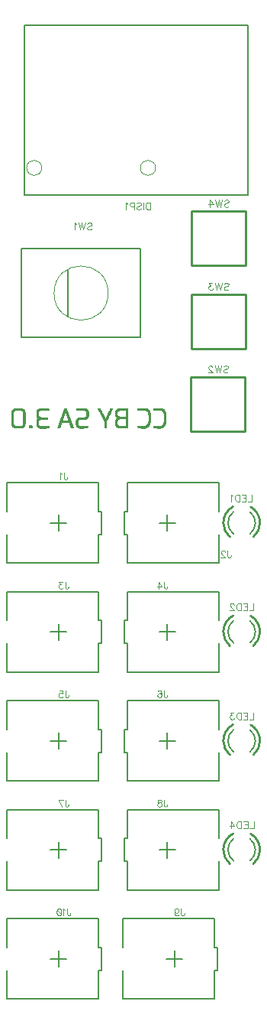
<source format=gbo>
G04 DipTrace 3.1.0.0*
G04 working.GBO*
%MOIN*%
G04 #@! TF.FileFunction,Legend,Bot*
G04 #@! TF.Part,Single*
%ADD10C,0.009843*%
%ADD11C,0.006*%
%ADD12C,0.001*%
%ADD14C,0.01*%
%ADD20C,0.000013*%
%ADD24C,0.008*%
%ADD30C,0.005984*%
%ADD35C,0.005*%
%ADD74C,0.004632*%
%FSLAX26Y26*%
G04*
G70*
G90*
G75*
G01*
G04 BotSilk*
%LPD*%
X999134Y4041125D2*
D20*
G02X999134Y4041125I33077J0D01*
G01*
X502050D2*
G02X502050Y4041125I33077J0D01*
G01*
X1468173Y4664079D2*
D24*
X491008D1*
Y3923921D1*
X1468173D1*
Y4664079D1*
X641621Y2458965D2*
D11*
Y2529000D1*
X606674Y2494000D2*
X676618D1*
X816504Y2544015D2*
Y2669000D1*
Y2443985D2*
Y2319000D1*
X416495Y2443985D2*
Y2319000D1*
Y2544015D2*
Y2669000D1*
X816504D1*
Y2319000D2*
X416495D1*
X816504Y2443985D2*
D30*
X828979D1*
Y2544015D1*
X816504D1*
X1116378Y2529035D2*
D11*
Y2459000D1*
X1151325Y2494000D2*
X1081381D1*
X941494Y2443985D2*
Y2319000D1*
Y2544015D2*
Y2669000D1*
X1341504Y2544015D2*
Y2669000D1*
Y2443985D2*
Y2319000D1*
X941494D1*
Y2669000D2*
X1341504D1*
X941494Y2544015D2*
D30*
X929020D1*
Y2443985D1*
X941494D1*
X641621Y1983965D2*
D11*
Y2054000D1*
X606674Y2019000D2*
X676618D1*
X816504Y2069015D2*
Y2194000D1*
Y1968985D2*
Y1844000D1*
X416495Y1968985D2*
Y1844000D1*
Y2069015D2*
Y2194000D1*
X816504D1*
Y1844000D2*
X416495D1*
X816504Y1968985D2*
D30*
X828979D1*
Y2069015D1*
X816504D1*
X1116378Y2054035D2*
D11*
Y1984000D1*
X1151325Y2019000D2*
X1081381D1*
X941494Y1968985D2*
Y1844000D1*
Y2069015D2*
Y2194000D1*
X1341504Y2069015D2*
Y2194000D1*
Y1968985D2*
Y1844000D1*
X941494D1*
Y2194000D2*
X1341504D1*
X941494Y2069015D2*
D30*
X929020D1*
Y1968985D1*
X941494D1*
X641621Y1508965D2*
D11*
Y1579000D1*
X606674Y1544000D2*
X676618D1*
X816504Y1594015D2*
Y1719000D1*
Y1493985D2*
Y1369000D1*
X416495Y1493985D2*
Y1369000D1*
Y1594015D2*
Y1719000D1*
X816504D1*
Y1369000D2*
X416495D1*
X816504Y1493985D2*
D30*
X828979D1*
Y1594015D1*
X816504D1*
X1116378Y1579035D2*
D11*
Y1509000D1*
X1151325Y1544000D2*
X1081381D1*
X941494Y1493985D2*
Y1369000D1*
Y1594015D2*
Y1719000D1*
X1341504Y1594015D2*
Y1719000D1*
Y1493985D2*
Y1369000D1*
X941494D1*
Y1719000D2*
X1341504D1*
X941494Y1594015D2*
D30*
X929020D1*
Y1493985D1*
X941494D1*
X641621Y1033965D2*
D11*
Y1104000D1*
X606674Y1069000D2*
X676618D1*
X816504Y1119015D2*
Y1244000D1*
Y1018985D2*
Y894000D1*
X416495Y1018985D2*
Y894000D1*
Y1119015D2*
Y1244000D1*
X816504D1*
Y894000D2*
X416495D1*
X816504Y1018985D2*
D30*
X828979D1*
Y1119015D1*
X816504D1*
X1116378Y1104035D2*
D11*
Y1034000D1*
X1151325Y1069000D2*
X1081381D1*
X941494Y1018985D2*
Y894000D1*
Y1119015D2*
Y1244000D1*
X1341504Y1119015D2*
Y1244000D1*
Y1018985D2*
Y894000D1*
X941494D1*
Y1244000D2*
X1341504D1*
X941494Y1119015D2*
D30*
X929020D1*
Y1018985D1*
X941494D1*
X1147870Y558965D2*
D11*
Y629000D1*
X1112923Y594000D2*
X1182867D1*
X1322754Y644015D2*
Y769000D1*
Y543985D2*
Y419000D1*
X922744Y543985D2*
Y419000D1*
Y644015D2*
Y769000D1*
X1322754D1*
Y419000D2*
X922744D1*
X1322754Y543985D2*
D30*
X1335228D1*
Y644015D1*
X1322754D1*
X641621Y558965D2*
D11*
Y629000D1*
X606674Y594000D2*
X676618D1*
X816504Y644015D2*
Y769000D1*
Y543985D2*
Y419000D1*
X416495Y543985D2*
Y419000D1*
Y644015D2*
Y769000D1*
X816504D1*
Y419000D2*
X416495D1*
X816504Y543985D2*
D30*
X828979D1*
Y644015D1*
X816504D1*
X1381500Y2494001D2*
D11*
G03X1406620Y2445177I60036J14D01*
G01*
X1405500Y2541994D2*
G03X1381500Y2494001I35985J-47993D01*
G01*
X1501500D2*
G02X1478332Y2446640I-60007J7D01*
G01*
Y2541363D2*
G02X1501500Y2494001I-36839J-47368D01*
G01*
X1361500D2*
D14*
G03X1390284Y2432547I79941J-25D01*
G01*
X1403852Y2564589D2*
G03X1361500Y2494001I37693J-70615D01*
G01*
X1521500D2*
G02X1493180Y2432932I-80067J29D01*
G01*
X1481196Y2563465D2*
G02X1521500Y2494001I-39716J-69468D01*
G01*
X1381500Y2019001D2*
D11*
G03X1406620Y1970177I60036J14D01*
G01*
X1405500Y2066994D2*
G03X1381500Y2019001I35985J-47993D01*
G01*
X1501500D2*
G02X1478332Y1971640I-60007J7D01*
G01*
Y2066363D2*
G02X1501500Y2019001I-36839J-47368D01*
G01*
X1361500D2*
D14*
G03X1390284Y1957547I79941J-25D01*
G01*
X1403852Y2089589D2*
G03X1361500Y2019001I37693J-70615D01*
G01*
X1521500D2*
G02X1493180Y1957932I-80067J29D01*
G01*
X1481196Y2088465D2*
G02X1521500Y2019001I-39716J-69468D01*
G01*
X1381500Y1544001D2*
D11*
G03X1406620Y1495177I60036J14D01*
G01*
X1405500Y1591994D2*
G03X1381500Y1544001I35985J-47993D01*
G01*
X1501500D2*
G02X1478332Y1496640I-60007J7D01*
G01*
Y1591363D2*
G02X1501500Y1544001I-36839J-47368D01*
G01*
X1361500D2*
D14*
G03X1390284Y1482547I79941J-25D01*
G01*
X1403852Y1614589D2*
G03X1361500Y1544001I37693J-70615D01*
G01*
X1521500D2*
G02X1493180Y1482932I-80067J29D01*
G01*
X1481196Y1613465D2*
G02X1521500Y1544001I-39716J-69468D01*
G01*
X1381500Y1069001D2*
D11*
G03X1406620Y1020177I60036J14D01*
G01*
X1405500Y1116994D2*
G03X1381500Y1069001I35985J-47993D01*
G01*
X1501500D2*
G02X1478332Y1021640I-60007J7D01*
G01*
Y1116363D2*
G02X1501500Y1069001I-36839J-47368D01*
G01*
X1361500D2*
D14*
G03X1390284Y1007547I79941J-25D01*
G01*
X1403852Y1139589D2*
G03X1361500Y1069001I37693J-70615D01*
G01*
X1521500D2*
G02X1493180Y1007932I-80067J29D01*
G01*
X1481196Y1138465D2*
G02X1521500Y1069001I-39716J-69468D01*
G01*
X621878Y3495575D2*
D20*
G02X621878Y3495575I118106J0D01*
G01*
X999831Y3689687D2*
D35*
Y3301463D1*
X480138D1*
Y3689687D1*
X999831D1*
X680931Y3597930D2*
Y3393220D1*
X1220436Y3129767D2*
D10*
X1456644D1*
Y2893565D1*
X1220436D1*
Y3129767D1*
X1222306Y3490053D2*
X1458514D1*
Y3253851D1*
X1222306D1*
Y3490053D1*
X1458529Y3616353D2*
X1222321D1*
Y3852554D1*
X1458529D1*
Y3616353D1*
X1010269Y2994601D2*
D12*
X1017269D1*
X1078269D2*
X1085269D1*
X452269Y2993601D2*
X476269D1*
X559269D2*
X586269D1*
X666269D2*
X674269D1*
X736269D2*
X757269D1*
X812269D2*
X820269D1*
X868269D2*
X876269D1*
X907269D2*
X942269D1*
X998269D2*
X1021457D1*
X1066269D2*
X1089457D1*
X448701Y2992601D2*
X479837D1*
X556624D2*
X591519D1*
X665923D2*
X674649D1*
X728207D2*
X759727D1*
X812653D2*
X821111D1*
X867649D2*
X875889D1*
X903584D2*
X942269D1*
X992207D2*
X1024900D1*
X1060207D2*
X1092900D1*
X445832Y2991601D2*
X482710D1*
X554326D2*
X595513D1*
X665590D2*
X675075D1*
X720269D2*
X761971D1*
X813114D2*
X821828D1*
X867079D2*
X875459D1*
X900592D2*
X942269D1*
X986269D2*
X1027632D1*
X1054269D2*
X1095632D1*
X443667Y2990601D2*
X484910D1*
X552421D2*
X598452D1*
X665273D2*
X675508D1*
X720269D2*
X763915D1*
X813674D2*
X822437D1*
X866543D2*
X874995D1*
X898373D2*
X942269D1*
X986269D2*
X1029821D1*
X1054269D2*
X1097821D1*
X442085Y2989601D2*
X486620D1*
X550874D2*
X599568D1*
X664932D2*
X675897D1*
X720269D2*
X765446D1*
X814303D2*
X822987D1*
X866029D2*
X874509D1*
X896744D2*
X942269D1*
X986269D2*
X1031560D1*
X1054269D2*
X1099560D1*
X440961Y2988601D2*
X487983D1*
X549687D2*
X599947D1*
X664596D2*
X676243D1*
X720269D2*
X766566D1*
X814910D2*
X823507D1*
X865522D2*
X874016D1*
X895462D2*
X942269D1*
X986269D2*
X1032920D1*
X1054269D2*
X1100920D1*
X440084Y2987601D2*
X489116D1*
X548782D2*
X600139D1*
X664276D2*
X676598D1*
X720269D2*
X767447D1*
X815470D2*
X824015D1*
X865021D2*
X873517D1*
X894379D2*
X942269D1*
X986269D2*
X1033977D1*
X1054269D2*
X1101977D1*
X439319Y2986601D2*
X490056D1*
X548010D2*
X600223D1*
X663933D2*
X676939D1*
X720269D2*
X768216D1*
X816000D2*
X824521D1*
X864519D2*
X873019D1*
X893465D2*
X942269D1*
X986269D2*
X1034811D1*
X1054269D2*
X1102811D1*
X438659Y2985601D2*
X490808D1*
X547291D2*
X600269D1*
X663597D2*
X677261D1*
X720269D2*
X743269D1*
X753834D2*
X768874D1*
X816511D2*
X825054D1*
X864020D2*
X872518D1*
X892723D2*
X942269D1*
X986269D2*
X999269D1*
X1019834D2*
X1035550D1*
X1054269D2*
X1067269D1*
X1087834D2*
X1103550D1*
X438079Y2984601D2*
X450315D1*
X477992D2*
X491431D1*
X546653D2*
X559311D1*
X663277D2*
X677604D1*
X756833D2*
X769419D1*
X817017D2*
X825650D1*
X863519D2*
X872019D1*
X892105D2*
X905508D1*
X934269D2*
X942269D1*
X1022836D2*
X1036256D1*
X1090836D2*
X1104256D1*
X437546Y2983601D2*
X448517D1*
X480282D2*
X491981D1*
X546111D2*
X557482D1*
X662933D2*
X677941D1*
X759061D2*
X769829D1*
X817518D2*
X826294D1*
X863019D2*
X871523D1*
X891552D2*
X903094D1*
X934269D2*
X942269D1*
X1025100D2*
X1036888D1*
X1093100D2*
X1104888D1*
X437067Y2982601D2*
X447055D1*
X481967D2*
X492467D1*
X545672D2*
X555924D1*
X662597D2*
X678265D1*
X760592D2*
X770104D1*
X818019D2*
X826906D1*
X862519D2*
X871055D1*
X891032D2*
X901200D1*
X934269D2*
X942269D1*
X1026759D2*
X1037428D1*
X1094759D2*
X1105428D1*
X436692Y2981601D2*
X445996D1*
X483171D2*
X492845D1*
X545306D2*
X554717D1*
X662277D2*
X678640D1*
X761617D2*
X770350D1*
X818519D2*
X827468D1*
X862019D2*
X870650D1*
X890527D2*
X899832D1*
X934269D2*
X942269D1*
X1028027D2*
X1037866D1*
X1096027D2*
X1105866D1*
X436466Y2980601D2*
X445252D1*
X484068D2*
X493076D1*
X544948D2*
X553833D1*
X661933D2*
X679069D1*
X762321D2*
X770642D1*
X819019D2*
X827999D1*
X861519D2*
X870294D1*
X890056D2*
X898873D1*
X934269D2*
X942269D1*
X1029022D2*
X1038232D1*
X1097022D2*
X1106232D1*
X436352Y2979601D2*
X444726D1*
X484703D2*
X493225D1*
X544640D2*
X553185D1*
X661597D2*
X669231D1*
X671424D2*
X679505D1*
X762789D2*
X770919D1*
X819523D2*
X828511D1*
X861019D2*
X869906D1*
X889650D2*
X898162D1*
X934269D2*
X942269D1*
X1029796D2*
X1038594D1*
X1097796D2*
X1106594D1*
X436301Y2978601D2*
X444326D1*
X485164D2*
X493403D1*
X544445D2*
X552737D1*
X661273D2*
X669103D1*
X671675D2*
X679896D1*
X763052D2*
X771101D1*
X820055D2*
X829017D1*
X860519D2*
X869468D1*
X889298D2*
X897577D1*
X934269D2*
X942269D1*
X1030427D2*
X1038937D1*
X1098427D2*
X1106937D1*
X436281Y2977601D2*
X443955D1*
X485563D2*
X493663D1*
X544344D2*
X552482D1*
X660898D2*
X668859D1*
X671969D2*
X680243D1*
X763179D2*
X771197D1*
X820650D2*
X829518D1*
X860019D2*
X868999D1*
X888945D2*
X897078D1*
X934269D2*
X942269D1*
X1030980D2*
X1039260D1*
X1098980D2*
X1107260D1*
X436273Y2976601D2*
X443642D1*
X485888D2*
X493927D1*
X544299D2*
X552358D1*
X660470D2*
X668568D1*
X672272D2*
X680598D1*
X763234D2*
X771240D1*
X821294D2*
X830019D1*
X859519D2*
X868511D1*
X888639D2*
X896696D1*
X934269D2*
X942269D1*
X1031470D2*
X1039600D1*
X1099470D2*
X1107600D1*
X436270Y2975601D2*
X443445D1*
X486090D2*
X494104D1*
X544280D2*
X552303D1*
X660033D2*
X668266D1*
X672608D2*
X680939D1*
X763256D2*
X771258D1*
X821906D2*
X830519D1*
X859019D2*
X868017D1*
X888444D2*
X896467D1*
X934269D2*
X942269D1*
X1031884D2*
X1039906D1*
X1099884D2*
X1107906D1*
X436270Y2974601D2*
X443344D1*
X486193D2*
X494198D1*
X544273D2*
X552282D1*
X659642D2*
X667930D1*
X672942D2*
X681264D1*
X763265D2*
X771265D1*
X822468D2*
X831019D1*
X858519D2*
X867518D1*
X888344D2*
X896352D1*
X934269D2*
X942269D1*
X1032239D2*
X1040134D1*
X1100239D2*
X1108134D1*
X436269Y2973601D2*
X443299D1*
X486239D2*
X494241D1*
X544270D2*
X552273D1*
X659295D2*
X667596D1*
X673266D2*
X681639D1*
X763268D2*
X771268D1*
X822999D2*
X831523D1*
X858019D2*
X867019D1*
X888299D2*
X896302D1*
X934269D2*
X942269D1*
X1032592D2*
X1040361D1*
X1100592D2*
X1108361D1*
X436269Y2972601D2*
X443280D1*
X486258D2*
X494258D1*
X544269D2*
X552271D1*
X658941D2*
X667276D1*
X673640D2*
X682068D1*
X763269D2*
X771269D1*
X823511D2*
X832055D1*
X857519D2*
X866519D1*
X888280D2*
X896281D1*
X934269D2*
X942269D1*
X1032899D2*
X1040646D1*
X1100899D2*
X1108646D1*
X436269Y2971601D2*
X443273D1*
X486265D2*
X494265D1*
X544269D2*
X552270D1*
X658600D2*
X666933D1*
X674069D2*
X682505D1*
X763269D2*
X771269D1*
X824017D2*
X832650D1*
X857019D2*
X866019D1*
X888273D2*
X896273D1*
X934269D2*
X942269D1*
X1033098D2*
X1040920D1*
X1101098D2*
X1108920D1*
X436269Y2970601D2*
X443270D1*
X486268D2*
X494268D1*
X544269D2*
X552269D1*
X658278D2*
X666597D1*
X674505D2*
X682896D1*
X763269D2*
X771269D1*
X824518D2*
X833294D1*
X856519D2*
X865519D1*
X888270D2*
X896270D1*
X934269D2*
X942269D1*
X1033233D2*
X1041102D1*
X1101233D2*
X1109102D1*
X436269Y2969601D2*
X443269D1*
X486269D2*
X494269D1*
X544269D2*
X552269D1*
X657934D2*
X666277D1*
X674896D2*
X683243D1*
X763269D2*
X771269D1*
X825019D2*
X833906D1*
X856019D2*
X865019D1*
X888269D2*
X896273D1*
X934269D2*
X942269D1*
X1033406D2*
X1041201D1*
X1101406D2*
X1109201D1*
X436269Y2968601D2*
X443269D1*
X486269D2*
X494269D1*
X544269D2*
X552269D1*
X657597D2*
X665933D1*
X675243D2*
X683598D1*
X763269D2*
X771269D1*
X825519D2*
X834468D1*
X855519D2*
X864519D1*
X888273D2*
X896308D1*
X934269D2*
X942269D1*
X1033664D2*
X1041280D1*
X1101664D2*
X1109280D1*
X436269Y2967601D2*
X443269D1*
X486269D2*
X494269D1*
X544269D2*
X552269D1*
X657277D2*
X665597D1*
X675598D2*
X683939D1*
X763269D2*
X771269D1*
X826019D2*
X834999D1*
X855019D2*
X864019D1*
X888308D2*
X896436D1*
X934269D2*
X942269D1*
X1033928D2*
X1041425D1*
X1101928D2*
X1109425D1*
X436269Y2966601D2*
X443269D1*
X486269D2*
X494269D1*
X544269D2*
X552269D1*
X656933D2*
X665277D1*
X675939D2*
X684261D1*
X763269D2*
X771269D1*
X826519D2*
X835511D1*
X854523D2*
X863519D1*
X888436D2*
X896679D1*
X934269D2*
X942269D1*
X1034104D2*
X1041671D1*
X1102104D2*
X1109671D1*
X436269Y2965601D2*
X443269D1*
X486269D2*
X494269D1*
X544269D2*
X552273D1*
X656597D2*
X664933D1*
X676261D2*
X684604D1*
X763269D2*
X771269D1*
X827019D2*
X836017D1*
X854055D2*
X863019D1*
X888679D2*
X896974D1*
X934269D2*
X942269D1*
X1034198D2*
X1041930D1*
X1102198D2*
X1109930D1*
X436269Y2964601D2*
X443269D1*
X486269D2*
X494269D1*
X544269D2*
X552308D1*
X656277D2*
X664597D1*
X676604D2*
X684941D1*
X763269D2*
X771269D1*
X827523D2*
X836518D1*
X853650D2*
X862519D1*
X888970D2*
X897311D1*
X934269D2*
X942269D1*
X1034241D2*
X1042105D1*
X1102241D2*
X1110105D1*
X436269Y2963601D2*
X443269D1*
X486269D2*
X494269D1*
X544273D2*
X552439D1*
X655933D2*
X664277D1*
X676941D2*
X685265D1*
X763265D2*
X771269D1*
X828055D2*
X837019D1*
X853294D2*
X862019D1*
X889272D2*
X897779D1*
X934269D2*
X942269D1*
X1034258D2*
X1042198D1*
X1102258D2*
X1110198D1*
X436269Y2962601D2*
X443269D1*
X486269D2*
X494269D1*
X544308D2*
X552714D1*
X655597D2*
X663933D1*
X677261D2*
X685640D1*
X763230D2*
X771265D1*
X828650D2*
X837522D1*
X852906D2*
X861519D1*
X889608D2*
X898391D1*
X934269D2*
X942269D1*
X1034265D2*
X1042241D1*
X1102265D2*
X1110241D1*
X436269Y2961601D2*
X443269D1*
X486269D2*
X494269D1*
X544436D2*
X553102D1*
X655273D2*
X663597D1*
X677605D2*
X686069D1*
X763099D2*
X771230D1*
X829294D2*
X838055D1*
X852468D2*
X861019D1*
X889946D2*
X899145D1*
X934269D2*
X942269D1*
X1034268D2*
X1042259D1*
X1102268D2*
X1110259D1*
X436269Y2960601D2*
X443269D1*
X486269D2*
X494269D1*
X544679D2*
X553559D1*
X654898D2*
X663277D1*
X677941D2*
X686505D1*
X762824D2*
X771103D1*
X829906D2*
X838650D1*
X851999D2*
X860519D1*
X890301D2*
X900182D1*
X934269D2*
X942269D1*
X1034269D2*
X1042265D1*
X1102269D2*
X1110265D1*
X436269Y2959601D2*
X443269D1*
X486269D2*
X494269D1*
X544970D2*
X554117D1*
X654470D2*
X662933D1*
X678261D2*
X686896D1*
X762432D2*
X770863D1*
X830468D2*
X839294D1*
X851511D2*
X860019D1*
X890771D2*
X901737D1*
X934269D2*
X942269D1*
X1034269D2*
X1042268D1*
X1102269D2*
X1110268D1*
X436269Y2958601D2*
X443269D1*
X486269D2*
X494269D1*
X545276D2*
X554946D1*
X654033D2*
X662597D1*
X678605D2*
X687243D1*
X761929D2*
X770603D1*
X830999D2*
X839906D1*
X851017D2*
X859519D1*
X891355D2*
X904017D1*
X934269D2*
X942269D1*
X1034269D2*
X1042269D1*
X1102269D2*
X1110269D1*
X436269Y2957601D2*
X443269D1*
X486269D2*
X494269D1*
X545644D2*
X556291D1*
X653642D2*
X662273D1*
X678941D2*
X687598D1*
X761311D2*
X770393D1*
X831511D2*
X840468D1*
X850518D2*
X859019D1*
X892006D2*
X906986D1*
X934269D2*
X942269D1*
X1034269D2*
X1042269D1*
X1102269D2*
X1110269D1*
X436269Y2956601D2*
X443269D1*
X486269D2*
X494269D1*
X546074D2*
X558240D1*
X653295D2*
X661898D1*
X679265D2*
X687939D1*
X759647D2*
X770169D1*
X832017D2*
X840999D1*
X850019D2*
X858519D1*
X892817D2*
X942269D1*
X1034269D2*
X1042269D1*
X1102269D2*
X1110269D1*
X436269Y2955601D2*
X443269D1*
X486269D2*
X494269D1*
X546548D2*
X560656D1*
X652941D2*
X661470D1*
X679640D2*
X688264D1*
X756972D2*
X769848D1*
X832518D2*
X841511D1*
X849519D2*
X858019D1*
X893895D2*
X942269D1*
X1034269D2*
X1042269D1*
X1102269D2*
X1110269D1*
X436269Y2954601D2*
X443269D1*
X486269D2*
X494269D1*
X547106D2*
X574269D1*
X652600D2*
X661033D1*
X680069D2*
X688639D1*
X753336D2*
X769408D1*
X833019D2*
X842017D1*
X849019D2*
X857519D1*
X895206D2*
X942269D1*
X1034269D2*
X1042269D1*
X1102269D2*
X1110269D1*
X436269Y2953601D2*
X443269D1*
X486269D2*
X494269D1*
X547859D2*
X592269D1*
X652278D2*
X660642D1*
X680505D2*
X689068D1*
X728269D2*
X768820D1*
X833519D2*
X842518D1*
X848519D2*
X857019D1*
X896690D2*
X942269D1*
X1034269D2*
X1042269D1*
X1102269D2*
X1110269D1*
X436269Y2952601D2*
X443269D1*
X486269D2*
X494269D1*
X548880D2*
X592269D1*
X651934D2*
X660295D1*
X680896D2*
X689505D1*
X726191D2*
X768063D1*
X834019D2*
X843019D1*
X848012D2*
X856519D1*
X898269D2*
X942269D1*
X1034269D2*
X1042269D1*
X1102269D2*
X1110269D1*
X436269Y2951601D2*
X443269D1*
X486269D2*
X494269D1*
X550058D2*
X592269D1*
X651597D2*
X659941D1*
X681243D2*
X689896D1*
X724373D2*
X767179D1*
X834523D2*
X843522D1*
X847438D2*
X856019D1*
X896807D2*
X942269D1*
X1034269D2*
X1042269D1*
X1102269D2*
X1110269D1*
X436269Y2950601D2*
X443269D1*
X486269D2*
X494269D1*
X551269D2*
X592269D1*
X651277D2*
X659600D1*
X681598D2*
X690243D1*
X722858D2*
X766189D1*
X835055D2*
X844048D1*
X846655D2*
X855519D1*
X895520D2*
X942269D1*
X1034269D2*
X1042269D1*
X1102269D2*
X1110269D1*
X436269Y2949601D2*
X443269D1*
X486269D2*
X494269D1*
X550273D2*
X592269D1*
X650933D2*
X659278D1*
X681939D2*
X690598D1*
X721686D2*
X765005D1*
X835650D2*
X844632D1*
X845555D2*
X855019D1*
X894375D2*
X942269D1*
X1034269D2*
X1042269D1*
X1102269D2*
X1110269D1*
X436269Y2948601D2*
X443269D1*
X486269D2*
X494269D1*
X549308D2*
X592269D1*
X650597D2*
X658934D1*
X682261D2*
X690939D1*
X720815D2*
X763456D1*
X836294D2*
X854519D1*
X893314D2*
X942269D1*
X1034269D2*
X1042269D1*
X1102269D2*
X1110269D1*
X436269Y2947601D2*
X443269D1*
X486269D2*
X494269D1*
X548439D2*
X592269D1*
X650277D2*
X658597D1*
X682604D2*
X691261D1*
X720141D2*
X761478D1*
X836906D2*
X854019D1*
X892327D2*
X904315D1*
X934269D2*
X942269D1*
X1034269D2*
X1042269D1*
X1102269D2*
X1110269D1*
X436269Y2946601D2*
X443269D1*
X486269D2*
X494269D1*
X547714D2*
X576269D1*
X649933D2*
X658277D1*
X682941D2*
X691604D1*
X719569D2*
X759269D1*
X837468D2*
X853519D1*
X891480D2*
X902517D1*
X934269D2*
X942269D1*
X1034269D2*
X1042269D1*
X1102269D2*
X1110269D1*
X436269Y2945601D2*
X443269D1*
X486269D2*
X494269D1*
X547102D2*
X560662D1*
X649597D2*
X657933D1*
X683261D2*
X691941D1*
X719072D2*
X732863D1*
X837999D2*
X853019D1*
X890847D2*
X901051D1*
X934269D2*
X942269D1*
X1034269D2*
X1042269D1*
X1102269D2*
X1110269D1*
X436269Y2944601D2*
X443269D1*
X486269D2*
X494269D1*
X546555D2*
X558492D1*
X649277D2*
X657593D1*
X683601D2*
X692265D1*
X718656D2*
X730143D1*
X838511D2*
X852519D1*
X890381D2*
X899957D1*
X934269D2*
X942269D1*
X1034269D2*
X1042269D1*
X1102269D2*
X1110269D1*
X436269Y2943601D2*
X443269D1*
X486269D2*
X494269D1*
X546067D2*
X556827D1*
X648933D2*
X657234D1*
X683902D2*
X692640D1*
X718300D2*
X728270D1*
X839017D2*
X852019D1*
X889974D2*
X899089D1*
X934269D2*
X942269D1*
X1034269D2*
X1042269D1*
X1102269D2*
X1110269D1*
X436269Y2942601D2*
X443269D1*
X486269D2*
X494269D1*
X545654D2*
X555541D1*
X648597D2*
X656731D1*
X684096D2*
X693069D1*
X717946D2*
X727061D1*
X839518D2*
X851519D1*
X889612D2*
X898356D1*
X934269D2*
X942269D1*
X1034269D2*
X1042269D1*
X1102269D2*
X1110269D1*
X436269Y2941601D2*
X443269D1*
X486269D2*
X494269D1*
X545299D2*
X554563D1*
X648273D2*
X656045D1*
X684201D2*
X693505D1*
X717639D2*
X726273D1*
X840015D2*
X851019D1*
X889282D2*
X897791D1*
X934269D2*
X942269D1*
X1034269D2*
X1042265D1*
X1102269D2*
X1110265D1*
X436269Y2940601D2*
X443269D1*
X486269D2*
X494269D1*
X544946D2*
X553878D1*
X647898D2*
X693896D1*
X717444D2*
X725766D1*
X840479D2*
X850523D1*
X888939D2*
X897358D1*
X934269D2*
X942269D1*
X1034265D2*
X1042230D1*
X1102265D2*
X1110230D1*
X436269Y2939601D2*
X443269D1*
X486269D2*
X494269D1*
X544639D2*
X553392D1*
X647470D2*
X694243D1*
X717344D2*
X725454D1*
X840849D2*
X850058D1*
X888637D2*
X896969D1*
X934269D2*
X942269D1*
X1034230D2*
X1042103D1*
X1102230D2*
X1110103D1*
X436269Y2938601D2*
X443269D1*
X486269D2*
X494269D1*
X544444D2*
X552982D1*
X647033D2*
X694598D1*
X717299D2*
X725195D1*
X841074D2*
X849689D1*
X888443D2*
X896644D1*
X934269D2*
X942269D1*
X1034103D2*
X1041863D1*
X1102103D2*
X1109863D1*
X436269Y2937601D2*
X443269D1*
X486269D2*
X494269D1*
X544344D2*
X552652D1*
X646642D2*
X694939D1*
X717280D2*
X724899D1*
X841187D2*
X849464D1*
X888343D2*
X896408D1*
X934269D2*
X942269D1*
X1033863D2*
X1041607D1*
X1101863D2*
X1109607D1*
X436269Y2936601D2*
X443269D1*
X486269D2*
X494269D1*
X544299D2*
X552449D1*
X646295D2*
X695261D1*
X717273D2*
X724620D1*
X841237D2*
X849351D1*
X888298D2*
X896178D1*
X934269D2*
X942269D1*
X1033607D2*
X1041432D1*
X1101607D2*
X1109432D1*
X436269Y2935601D2*
X443269D1*
X486269D2*
X494269D1*
X544280D2*
X552345D1*
X645941D2*
X695604D1*
X717270D2*
X724437D1*
X841257D2*
X849301D1*
X888280D2*
X895893D1*
X934269D2*
X942269D1*
X1033428D2*
X1041336D1*
X1101428D2*
X1109336D1*
X436269Y2934601D2*
X443269D1*
X486269D2*
X494269D1*
X544273D2*
X552299D1*
X645600D2*
X695941D1*
X717269D2*
X724341D1*
X841265D2*
X849281D1*
X888273D2*
X895618D1*
X934269D2*
X942269D1*
X1033300D2*
X1041258D1*
X1101300D2*
X1109258D1*
X436269Y2933601D2*
X443269D1*
X486269D2*
X494269D1*
X544270D2*
X552280D1*
X645278D2*
X696265D1*
X717269D2*
X724298D1*
X841268D2*
X849273D1*
X888270D2*
X895436D1*
X934269D2*
X942269D1*
X1033131D2*
X1041113D1*
X1101131D2*
X1109113D1*
X436269Y2932601D2*
X443269D1*
X486269D2*
X494269D1*
X544269D2*
X552273D1*
X644934D2*
X696640D1*
X717269D2*
X724280D1*
X841269D2*
X849270D1*
X888269D2*
X895345D1*
X934269D2*
X942269D1*
X1032870D2*
X1040867D1*
X1100870D2*
X1108867D1*
X436269Y2931601D2*
X443269D1*
X486269D2*
X494269D1*
X544269D2*
X552270D1*
X644597D2*
X653114D1*
X688424D2*
X697069D1*
X717269D2*
X724273D1*
X841269D2*
X849270D1*
X888269D2*
X895337D1*
X934269D2*
X942269D1*
X1032571D2*
X1040604D1*
X1100571D2*
X1108604D1*
X436269Y2930601D2*
X443269D1*
X486269D2*
X494269D1*
X544269D2*
X552269D1*
X644277D2*
X652863D1*
X688675D2*
X697505D1*
X717269D2*
X724270D1*
X841269D2*
X849269D1*
X888269D2*
X895446D1*
X934269D2*
X942269D1*
X1032263D2*
X1040394D1*
X1100263D2*
X1108394D1*
X436269Y2929601D2*
X443269D1*
X486269D2*
X494269D1*
X544269D2*
X552269D1*
X643933D2*
X652569D1*
X688969D2*
X697896D1*
X717269D2*
X724269D1*
X841269D2*
X849269D1*
X888269D2*
X895679D1*
X934269D2*
X942269D1*
X1031895D2*
X1040173D1*
X1099895D2*
X1108173D1*
X436269Y2928601D2*
X443273D1*
X486269D2*
X494265D1*
X544269D2*
X552269D1*
X643597D2*
X652266D1*
X689272D2*
X698243D1*
X717269D2*
X724269D1*
X841269D2*
X849269D1*
X888269D2*
X895937D1*
X934269D2*
X942269D1*
X1031464D2*
X1039887D1*
X1099464D2*
X1107887D1*
X436269Y2927601D2*
X443308D1*
X486265D2*
X494230D1*
X544269D2*
X552269D1*
X643277D2*
X651930D1*
X689608D2*
X698598D1*
X717269D2*
X724273D1*
X841269D2*
X849269D1*
X888269D2*
X896145D1*
X934269D2*
X942269D1*
X1030998D2*
X1039578D1*
X1098998D2*
X1107578D1*
X436269Y2926601D2*
X443436D1*
X486230D2*
X494103D1*
X544269D2*
X552269D1*
X642933D2*
X651596D1*
X689942D2*
X698939D1*
X717269D2*
X724308D1*
X841269D2*
X849269D1*
X888273D2*
X896365D1*
X934269D2*
X942269D1*
X1030510D2*
X1039269D1*
X1098510D2*
X1107269D1*
X436269Y2925601D2*
X443675D1*
X486103D2*
X493863D1*
X544269D2*
X552273D1*
X642597D2*
X651276D1*
X690262D2*
X699264D1*
X717269D2*
X724436D1*
X841269D2*
X849269D1*
X888308D2*
X896651D1*
X934269D2*
X942269D1*
X1030013D2*
X1038931D1*
X1098013D2*
X1106931D1*
X436269Y2924601D2*
X443935D1*
X485859D2*
X493607D1*
X544273D2*
X552308D1*
X642277D2*
X650933D1*
X690605D2*
X699639D1*
X717269D2*
X724679D1*
X841269D2*
X849269D1*
X888436D2*
X896964D1*
X934269D2*
X942269D1*
X1029479D2*
X1038596D1*
X1097479D2*
X1106596D1*
X436269Y2923601D2*
X444149D1*
X485564D2*
X493432D1*
X544308D2*
X552439D1*
X641933D2*
X650597D1*
X690941D2*
X700068D1*
X717269D2*
X724974D1*
X841269D2*
X849269D1*
X888679D2*
X897312D1*
X934269D2*
X942269D1*
X1028849D2*
X1038272D1*
X1096849D2*
X1106272D1*
X436273Y2922601D2*
X444408D1*
X485219D2*
X493336D1*
X544436D2*
X552718D1*
X641597D2*
X650277D1*
X691261D2*
X700505D1*
X717273D2*
X725315D1*
X841269D2*
X849269D1*
X888970D2*
X897813D1*
X934269D2*
X942269D1*
X1028073D2*
X1037894D1*
X1096073D2*
X1105894D1*
X436308Y2921601D2*
X444860D1*
X484681D2*
X493258D1*
X544675D2*
X553141D1*
X641273D2*
X649937D1*
X691605D2*
X700896D1*
X717308D2*
X725818D1*
X841269D2*
X849269D1*
X889276D2*
X898526D1*
X934269D2*
X942269D1*
X1027183D2*
X1037430D1*
X1095183D2*
X1105430D1*
X436439Y2920601D2*
X445579D1*
X483810D2*
X493109D1*
X544935D2*
X553729D1*
X640898D2*
X649632D1*
X691941D2*
X701243D1*
X717436D2*
X726562D1*
X841269D2*
X849269D1*
X889644D2*
X899459D1*
X934269D2*
X942269D1*
X1026190D2*
X1036867D1*
X1094190D2*
X1104867D1*
X436714Y2919601D2*
X446589D1*
X482549D2*
X492828D1*
X513269D2*
X523269D1*
X545145D2*
X554562D1*
X640470D2*
X649404D1*
X692261D2*
X701598D1*
X717679D2*
X727583D1*
X841269D2*
X849269D1*
X890074D2*
X900728D1*
X934269D2*
X942269D1*
X1025005D2*
X1036232D1*
X1093005D2*
X1104232D1*
X437102Y2918601D2*
X447924D1*
X480952D2*
X492438D1*
X513269D2*
X523731D1*
X545369D2*
X555774D1*
X640033D2*
X649177D1*
X692605D2*
X701939D1*
X717974D2*
X728925D1*
X841269D2*
X849269D1*
X890544D2*
X902507D1*
X934269D2*
X942269D1*
X1023440D2*
X1035590D1*
X1091440D2*
X1103590D1*
X437555Y2917601D2*
X449535D1*
X479149D2*
X491984D1*
X513269D2*
X524018D1*
X545690D2*
X557526D1*
X639642D2*
X648888D1*
X692941D2*
X702261D1*
X718311D2*
X730561D1*
X841269D2*
X849269D1*
X891067D2*
X904776D1*
X934269D2*
X942269D1*
X1021379D2*
X1034898D1*
X1089379D2*
X1102898D1*
X438070Y2916601D2*
X491468D1*
X513269D2*
X524163D1*
X546130D2*
X559783D1*
X639295D2*
X648579D1*
X693261D2*
X702604D1*
X718775D2*
X732380D1*
X763269D2*
X769269D1*
X841269D2*
X849269D1*
X891692D2*
X942269D1*
X986269D2*
X995269D1*
X1018912D2*
X1034094D1*
X1054269D2*
X1063269D1*
X1086912D2*
X1102094D1*
X438693Y2915601D2*
X490841D1*
X513269D2*
X524228D1*
X546718D2*
X599269D1*
X638941D2*
X648270D1*
X693605D2*
X702941D1*
X719352D2*
X769269D1*
X841269D2*
X849269D1*
X892466D2*
X942269D1*
X986269D2*
X1033194D1*
X1054269D2*
X1101194D1*
X439466Y2914601D2*
X490033D1*
X513269D2*
X524254D1*
X547475D2*
X599310D1*
X638600D2*
X647931D1*
X693941D2*
X703265D1*
X719971D2*
X769269D1*
X841269D2*
X849269D1*
X893356D2*
X942269D1*
X986269D2*
X1032236D1*
X1054269D2*
X1100236D1*
X440360Y2913601D2*
X489016D1*
X513269D2*
X524264D1*
X548359D2*
X599465D1*
X638278D2*
X647596D1*
X694261D2*
X703640D1*
X720690D2*
X769257D1*
X841269D2*
X849269D1*
X894344D2*
X942269D1*
X986277D2*
X1031215D1*
X1054277D2*
X1099215D1*
X441387Y2912601D2*
X487780D1*
X513273D2*
X524263D1*
X549346D2*
X599807D1*
X637934D2*
X647276D1*
X694605D2*
X704069D1*
X721657D2*
X769222D1*
X841269D2*
X849269D1*
X895498D2*
X942269D1*
X986374D2*
X1030056D1*
X1054374D2*
X1098056D1*
X442699Y2911601D2*
X486301D1*
X513311D2*
X524226D1*
X550503D2*
X600269D1*
X637594D2*
X646937D1*
X694944D2*
X704501D1*
X722972D2*
X768781D1*
X841269D2*
X849269D1*
X896973D2*
X942269D1*
X986621D2*
X1028640D1*
X1054621D2*
X1096640D1*
X444497Y2910601D2*
X484422D1*
X513466D2*
X524072D1*
X552015D2*
X598019D1*
X637246D2*
X646633D1*
X695292D2*
X704860D1*
X724703D2*
X766342D1*
X841269D2*
X849269D1*
X898940D2*
X942269D1*
X988058D2*
X1026865D1*
X1056058D2*
X1094865D1*
X446773Y2909601D2*
X482004D1*
X513807D2*
X523731D1*
X554137D2*
X594606D1*
X636799D2*
X646425D1*
X695739D2*
X705096D1*
X726984D2*
X761813D1*
X841269D2*
X849269D1*
X901452D2*
X942269D1*
X992503D2*
X1024565D1*
X1060503D2*
X1092565D1*
X449269Y2908601D2*
X479269D1*
X514269D2*
X523269D1*
X556991D2*
X589806D1*
X636269D2*
X646269D1*
X696269D2*
X705269D1*
X729929D2*
X755086D1*
X841269D2*
X849269D1*
X904269D2*
X942269D1*
X998849D2*
X1021612D1*
X1066849D2*
X1089612D1*
X560269Y2907601D2*
X584269D1*
X733269D2*
X747269D1*
X1006269D2*
X1018269D1*
X1074269D2*
X1086269D1*
X1010269Y2994601D2*
Y2993601D1*
X1017269Y2994601D2*
X1021457Y2993601D1*
X1024900Y2992601D1*
X1027632Y2991601D1*
X1029821Y2990601D1*
X1031560Y2989601D1*
X1032920Y2988601D1*
X1033977Y2987601D1*
X1034811Y2986601D1*
X1035550Y2985601D1*
X1036256Y2984601D1*
X1036888Y2983601D1*
X1037428Y2982601D1*
X1037866Y2981601D1*
X1038232Y2980601D1*
X1038594Y2979601D1*
X1038937Y2978601D1*
X1039260Y2977601D1*
X1039600Y2976601D1*
X1039906Y2975601D1*
X1040134Y2974601D1*
X1040361Y2973601D1*
X1040646Y2972601D1*
X1040920Y2971601D1*
X1041102Y2970601D1*
X1041201Y2969601D1*
X1041280Y2968601D1*
X1041425Y2967601D1*
X1041671Y2966601D1*
X1041930Y2965601D1*
X1042105Y2964601D1*
X1042198Y2963601D1*
X1042241Y2962601D1*
X1042259Y2961601D1*
X1042265Y2960601D1*
X1042268Y2959601D1*
X1042269Y2958601D1*
Y2957601D1*
Y2956601D1*
Y2955601D1*
Y2954601D1*
Y2953601D1*
Y2952601D1*
Y2951601D1*
Y2950601D1*
Y2949601D1*
Y2948601D1*
Y2947601D1*
Y2946601D1*
Y2945601D1*
Y2944601D1*
Y2943601D1*
Y2942601D1*
X1042265Y2941601D1*
X1042230Y2940601D1*
X1042103Y2939601D1*
X1041863Y2938601D1*
X1041607Y2937601D1*
X1041432Y2936601D1*
X1041336Y2935601D1*
X1041258Y2934601D1*
X1041113Y2933601D1*
X1040867Y2932601D1*
X1040604Y2931601D1*
X1040394Y2930601D1*
X1040173Y2929601D1*
X1039887Y2928601D1*
X1039578Y2927601D1*
X1039269Y2926601D1*
X1038931Y2925601D1*
X1038596Y2924601D1*
X1038272Y2923601D1*
X1037894Y2922601D1*
X1037430Y2921601D1*
X1036867Y2920601D1*
X1036232Y2919601D1*
X1035590Y2918601D1*
X1034898Y2917601D1*
X1034094Y2916601D1*
X1033194Y2915601D1*
X1032236Y2914601D1*
X1031215Y2913601D1*
X1030056Y2912601D1*
X1028640Y2911601D1*
X1026865Y2910601D1*
X1024565Y2909601D1*
X1021612Y2908601D1*
X1018269Y2907601D1*
X1078269Y2994601D2*
Y2993601D1*
X1085269Y2994601D2*
X1089457Y2993601D1*
X1092900Y2992601D1*
X1095632Y2991601D1*
X1097821Y2990601D1*
X1099560Y2989601D1*
X1100920Y2988601D1*
X1101977Y2987601D1*
X1102811Y2986601D1*
X1103550Y2985601D1*
X1104256Y2984601D1*
X1104888Y2983601D1*
X1105428Y2982601D1*
X1105866Y2981601D1*
X1106232Y2980601D1*
X1106594Y2979601D1*
X1106937Y2978601D1*
X1107260Y2977601D1*
X1107600Y2976601D1*
X1107906Y2975601D1*
X1108134Y2974601D1*
X1108361Y2973601D1*
X1108646Y2972601D1*
X1108920Y2971601D1*
X1109102Y2970601D1*
X1109201Y2969601D1*
X1109280Y2968601D1*
X1109425Y2967601D1*
X1109671Y2966601D1*
X1109930Y2965601D1*
X1110105Y2964601D1*
X1110198Y2963601D1*
X1110241Y2962601D1*
X1110259Y2961601D1*
X1110265Y2960601D1*
X1110268Y2959601D1*
X1110269Y2958601D1*
Y2957601D1*
Y2956601D1*
Y2955601D1*
Y2954601D1*
Y2953601D1*
Y2952601D1*
Y2951601D1*
Y2950601D1*
Y2949601D1*
Y2948601D1*
Y2947601D1*
Y2946601D1*
Y2945601D1*
Y2944601D1*
Y2943601D1*
Y2942601D1*
X1110265Y2941601D1*
X1110230Y2940601D1*
X1110103Y2939601D1*
X1109863Y2938601D1*
X1109607Y2937601D1*
X1109432Y2936601D1*
X1109336Y2935601D1*
X1109258Y2934601D1*
X1109113Y2933601D1*
X1108867Y2932601D1*
X1108604Y2931601D1*
X1108394Y2930601D1*
X1108173Y2929601D1*
X1107887Y2928601D1*
X1107578Y2927601D1*
X1107269Y2926601D1*
X1106931Y2925601D1*
X1106596Y2924601D1*
X1106272Y2923601D1*
X1105894Y2922601D1*
X1105430Y2921601D1*
X1104867Y2920601D1*
X1104232Y2919601D1*
X1103590Y2918601D1*
X1102898Y2917601D1*
X1102094Y2916601D1*
X1101194Y2915601D1*
X1100236Y2914601D1*
X1099215Y2913601D1*
X1098056Y2912601D1*
X1096640Y2911601D1*
X1094865Y2910601D1*
X1092565Y2909601D1*
X1089612Y2908601D1*
X1086269Y2907601D1*
X452269Y2993601D2*
X448701Y2992601D1*
X445832Y2991601D1*
X443667Y2990601D1*
X442085Y2989601D1*
X440961Y2988601D1*
X440084Y2987601D1*
X439319Y2986601D1*
X438659Y2985601D1*
X438079Y2984601D1*
X437546Y2983601D1*
X437067Y2982601D1*
X436692Y2981601D1*
X436466Y2980601D1*
X436352Y2979601D1*
X436301Y2978601D1*
X436281Y2977601D1*
X436273Y2976601D1*
X436270Y2975601D1*
Y2974601D1*
X436269Y2973601D1*
Y2972601D1*
Y2971601D1*
Y2970601D1*
Y2969601D1*
Y2968601D1*
Y2967601D1*
Y2966601D1*
Y2965601D1*
Y2964601D1*
Y2963601D1*
Y2962601D1*
Y2961601D1*
Y2960601D1*
Y2959601D1*
Y2958601D1*
Y2957601D1*
Y2956601D1*
Y2955601D1*
Y2954601D1*
Y2953601D1*
Y2952601D1*
Y2951601D1*
Y2950601D1*
Y2949601D1*
Y2948601D1*
Y2947601D1*
Y2946601D1*
Y2945601D1*
Y2944601D1*
Y2943601D1*
Y2942601D1*
Y2941601D1*
Y2940601D1*
Y2939601D1*
Y2938601D1*
Y2937601D1*
Y2936601D1*
Y2935601D1*
Y2934601D1*
Y2933601D1*
Y2932601D1*
Y2931601D1*
Y2930601D1*
Y2929601D1*
Y2928601D1*
Y2927601D1*
Y2926601D1*
Y2925601D1*
Y2924601D1*
Y2923601D1*
X436273Y2922601D1*
X436308Y2921601D1*
X436439Y2920601D1*
X436714Y2919601D1*
X437102Y2918601D1*
X437555Y2917601D1*
X438070Y2916601D1*
X438693Y2915601D1*
X439466Y2914601D1*
X440360Y2913601D1*
X441387Y2912601D1*
X442699Y2911601D1*
X444497Y2910601D1*
X446773Y2909601D1*
X449269Y2908601D1*
X476269Y2993601D2*
X479837Y2992601D1*
X482710Y2991601D1*
X484910Y2990601D1*
X486620Y2989601D1*
X487983Y2988601D1*
X489116Y2987601D1*
X490056Y2986601D1*
X490808Y2985601D1*
X491431Y2984601D1*
X491981Y2983601D1*
X492467Y2982601D1*
X492845Y2981601D1*
X493076Y2980601D1*
X493225Y2979601D1*
X493403Y2978601D1*
X493663Y2977601D1*
X493927Y2976601D1*
X494104Y2975601D1*
X494198Y2974601D1*
X494241Y2973601D1*
X494258Y2972601D1*
X494265Y2971601D1*
X494268Y2970601D1*
X494269Y2969601D1*
Y2968601D1*
Y2967601D1*
Y2966601D1*
Y2965601D1*
Y2964601D1*
Y2963601D1*
Y2962601D1*
Y2961601D1*
Y2960601D1*
Y2959601D1*
Y2958601D1*
Y2957601D1*
Y2956601D1*
Y2955601D1*
Y2954601D1*
Y2953601D1*
Y2952601D1*
Y2951601D1*
Y2950601D1*
Y2949601D1*
Y2948601D1*
Y2947601D1*
Y2946601D1*
Y2945601D1*
Y2944601D1*
Y2943601D1*
Y2942601D1*
Y2941601D1*
Y2940601D1*
Y2939601D1*
Y2938601D1*
Y2937601D1*
Y2936601D1*
Y2935601D1*
Y2934601D1*
Y2933601D1*
Y2932601D1*
Y2931601D1*
Y2930601D1*
Y2929601D1*
X494265Y2928601D1*
X494230Y2927601D1*
X494103Y2926601D1*
X493863Y2925601D1*
X493607Y2924601D1*
X493432Y2923601D1*
X493336Y2922601D1*
X493258Y2921601D1*
X493109Y2920601D1*
X492828Y2919601D1*
X492438Y2918601D1*
X491984Y2917601D1*
X491468Y2916601D1*
X490841Y2915601D1*
X490033Y2914601D1*
X489016Y2913601D1*
X487780Y2912601D1*
X486301Y2911601D1*
X484422Y2910601D1*
X482004Y2909601D1*
X479269Y2908601D1*
X559269Y2993601D2*
X556624Y2992601D1*
X554326Y2991601D1*
X552421Y2990601D1*
X550874Y2989601D1*
X549687Y2988601D1*
X548782Y2987601D1*
X548010Y2986601D1*
X547291Y2985601D1*
X546653Y2984601D1*
X546111Y2983601D1*
X545672Y2982601D1*
X545306Y2981601D1*
X544948Y2980601D1*
X544640Y2979601D1*
X544445Y2978601D1*
X544344Y2977601D1*
X544299Y2976601D1*
X544280Y2975601D1*
X544273Y2974601D1*
X544270Y2973601D1*
X544269Y2972601D1*
Y2971601D1*
Y2970601D1*
Y2969601D1*
Y2968601D1*
Y2967601D1*
Y2966601D1*
Y2965601D1*
Y2964601D1*
X544273Y2963601D1*
X544308Y2962601D1*
X544436Y2961601D1*
X544679Y2960601D1*
X544970Y2959601D1*
X545276Y2958601D1*
X545644Y2957601D1*
X546074Y2956601D1*
X546548Y2955601D1*
X547106Y2954601D1*
X547859Y2953601D1*
X548880Y2952601D1*
X550058Y2951601D1*
X551269Y2950601D1*
X550273Y2949601D1*
X549308Y2948601D1*
X548439Y2947601D1*
X547714Y2946601D1*
X547102Y2945601D1*
X546555Y2944601D1*
X546067Y2943601D1*
X545654Y2942601D1*
X545299Y2941601D1*
X544946Y2940601D1*
X544639Y2939601D1*
X544444Y2938601D1*
X544344Y2937601D1*
X544299Y2936601D1*
X544280Y2935601D1*
X544273Y2934601D1*
X544270Y2933601D1*
X544269Y2932601D1*
Y2931601D1*
Y2930601D1*
Y2929601D1*
Y2928601D1*
Y2927601D1*
Y2926601D1*
Y2925601D1*
X544273Y2924601D1*
X544308Y2923601D1*
X544436Y2922601D1*
X544675Y2921601D1*
X544935Y2920601D1*
X545145Y2919601D1*
X545369Y2918601D1*
X545690Y2917601D1*
X546130Y2916601D1*
X546718Y2915601D1*
X547475Y2914601D1*
X548359Y2913601D1*
X549346Y2912601D1*
X550503Y2911601D1*
X552015Y2910601D1*
X554137Y2909601D1*
X556991Y2908601D1*
X560269Y2907601D1*
X586269Y2993601D2*
X591519Y2992601D1*
X595513Y2991601D1*
X598452Y2990601D1*
X599568Y2989601D1*
X599947Y2988601D1*
X600139Y2987601D1*
X600223Y2986601D1*
X600269Y2985601D1*
X666269Y2993601D2*
X665923Y2992601D1*
X665590Y2991601D1*
X665273Y2990601D1*
X664932Y2989601D1*
X664596Y2988601D1*
X664276Y2987601D1*
X663933Y2986601D1*
X663597Y2985601D1*
X663277Y2984601D1*
X662933Y2983601D1*
X662597Y2982601D1*
X662277Y2981601D1*
X661933Y2980601D1*
X661597Y2979601D1*
X661273Y2978601D1*
X660898Y2977601D1*
X660470Y2976601D1*
X660033Y2975601D1*
X659642Y2974601D1*
X659295Y2973601D1*
X658941Y2972601D1*
X658600Y2971601D1*
X658278Y2970601D1*
X657934Y2969601D1*
X657597Y2968601D1*
X657277Y2967601D1*
X656933Y2966601D1*
X656597Y2965601D1*
X656277Y2964601D1*
X655933Y2963601D1*
X655597Y2962601D1*
X655273Y2961601D1*
X654898Y2960601D1*
X654470Y2959601D1*
X654033Y2958601D1*
X653642Y2957601D1*
X653295Y2956601D1*
X652941Y2955601D1*
X652600Y2954601D1*
X652278Y2953601D1*
X651934Y2952601D1*
X651597Y2951601D1*
X651277Y2950601D1*
X650933Y2949601D1*
X650597Y2948601D1*
X650277Y2947601D1*
X649933Y2946601D1*
X649597Y2945601D1*
X649277Y2944601D1*
X648933Y2943601D1*
X648597Y2942601D1*
X648273Y2941601D1*
X647898Y2940601D1*
X647470Y2939601D1*
X647033Y2938601D1*
X646642Y2937601D1*
X646295Y2936601D1*
X645941Y2935601D1*
X645600Y2934601D1*
X645278Y2933601D1*
X644934Y2932601D1*
X644597Y2931601D1*
X644277Y2930601D1*
X643933Y2929601D1*
X643597Y2928601D1*
X643277Y2927601D1*
X642933Y2926601D1*
X642597Y2925601D1*
X642277Y2924601D1*
X641933Y2923601D1*
X641597Y2922601D1*
X641273Y2921601D1*
X640898Y2920601D1*
X640470Y2919601D1*
X640033Y2918601D1*
X639642Y2917601D1*
X639295Y2916601D1*
X638941Y2915601D1*
X638600Y2914601D1*
X638278Y2913601D1*
X637934Y2912601D1*
X637594Y2911601D1*
X637246Y2910601D1*
X636799Y2909601D1*
X636269Y2908601D1*
X674269Y2993601D2*
X674649Y2992601D1*
X675075Y2991601D1*
X675508Y2990601D1*
X675897Y2989601D1*
X676243Y2988601D1*
X676598Y2987601D1*
X676939Y2986601D1*
X677261Y2985601D1*
X677604Y2984601D1*
X677941Y2983601D1*
X678265Y2982601D1*
X678640Y2981601D1*
X679069Y2980601D1*
X679505Y2979601D1*
X679896Y2978601D1*
X680243Y2977601D1*
X680598Y2976601D1*
X680939Y2975601D1*
X681264Y2974601D1*
X681639Y2973601D1*
X682068Y2972601D1*
X682505Y2971601D1*
X682896Y2970601D1*
X683243Y2969601D1*
X683598Y2968601D1*
X683939Y2967601D1*
X684261Y2966601D1*
X684604Y2965601D1*
X684941Y2964601D1*
X685265Y2963601D1*
X685640Y2962601D1*
X686069Y2961601D1*
X686505Y2960601D1*
X686896Y2959601D1*
X687243Y2958601D1*
X687598Y2957601D1*
X687939Y2956601D1*
X688264Y2955601D1*
X688639Y2954601D1*
X689068Y2953601D1*
X689505Y2952601D1*
X689896Y2951601D1*
X690243Y2950601D1*
X690598Y2949601D1*
X690939Y2948601D1*
X691261Y2947601D1*
X691604Y2946601D1*
X691941Y2945601D1*
X692265Y2944601D1*
X692640Y2943601D1*
X693069Y2942601D1*
X693505Y2941601D1*
X693896Y2940601D1*
X694243Y2939601D1*
X694598Y2938601D1*
X694939Y2937601D1*
X695261Y2936601D1*
X695604Y2935601D1*
X695941Y2934601D1*
X696265Y2933601D1*
X696640Y2932601D1*
X697069Y2931601D1*
X697505Y2930601D1*
X697896Y2929601D1*
X698243Y2928601D1*
X698598Y2927601D1*
X698939Y2926601D1*
X699264Y2925601D1*
X699639Y2924601D1*
X700068Y2923601D1*
X700505Y2922601D1*
X700896Y2921601D1*
X701243Y2920601D1*
X701598Y2919601D1*
X701939Y2918601D1*
X702261Y2917601D1*
X702604Y2916601D1*
X702941Y2915601D1*
X703265Y2914601D1*
X703640Y2913601D1*
X704069Y2912601D1*
X704501Y2911601D1*
X704860Y2910601D1*
X705096Y2909601D1*
X705269Y2908601D1*
X736269Y2993601D2*
X728207Y2992601D1*
X720269Y2991601D1*
Y2990601D1*
Y2989601D1*
Y2988601D1*
Y2987601D1*
Y2986601D1*
Y2985601D1*
X757269Y2993601D2*
X759727Y2992601D1*
X761971Y2991601D1*
X763915Y2990601D1*
X765446Y2989601D1*
X766566Y2988601D1*
X767447Y2987601D1*
X768216Y2986601D1*
X768874Y2985601D1*
X769419Y2984601D1*
X769829Y2983601D1*
X770104Y2982601D1*
X770350Y2981601D1*
X770642Y2980601D1*
X770919Y2979601D1*
X771101Y2978601D1*
X771197Y2977601D1*
X771240Y2976601D1*
X771258Y2975601D1*
X771265Y2974601D1*
X771268Y2973601D1*
X771269Y2972601D1*
Y2971601D1*
Y2970601D1*
Y2969601D1*
Y2968601D1*
Y2967601D1*
Y2966601D1*
Y2965601D1*
Y2964601D1*
Y2963601D1*
X771265Y2962601D1*
X771230Y2961601D1*
X771103Y2960601D1*
X770863Y2959601D1*
X770603Y2958601D1*
X770393Y2957601D1*
X770169Y2956601D1*
X769848Y2955601D1*
X769408Y2954601D1*
X768820Y2953601D1*
X768063Y2952601D1*
X767179Y2951601D1*
X766189Y2950601D1*
X765005Y2949601D1*
X763456Y2948601D1*
X761478Y2947601D1*
X759269Y2946601D1*
X812269Y2993601D2*
X812653Y2992601D1*
X813114Y2991601D1*
X813674Y2990601D1*
X814303Y2989601D1*
X814910Y2988601D1*
X815470Y2987601D1*
X816000Y2986601D1*
X816511Y2985601D1*
X817017Y2984601D1*
X817518Y2983601D1*
X818019Y2982601D1*
X818519Y2981601D1*
X819019Y2980601D1*
X819523Y2979601D1*
X820055Y2978601D1*
X820650Y2977601D1*
X821294Y2976601D1*
X821906Y2975601D1*
X822468Y2974601D1*
X822999Y2973601D1*
X823511Y2972601D1*
X824017Y2971601D1*
X824518Y2970601D1*
X825019Y2969601D1*
X825519Y2968601D1*
X826019Y2967601D1*
X826519Y2966601D1*
X827019Y2965601D1*
X827523Y2964601D1*
X828055Y2963601D1*
X828650Y2962601D1*
X829294Y2961601D1*
X829906Y2960601D1*
X830468Y2959601D1*
X830999Y2958601D1*
X831511Y2957601D1*
X832017Y2956601D1*
X832518Y2955601D1*
X833019Y2954601D1*
X833519Y2953601D1*
X834019Y2952601D1*
X834523Y2951601D1*
X835055Y2950601D1*
X835650Y2949601D1*
X836294Y2948601D1*
X836906Y2947601D1*
X837468Y2946601D1*
X837999Y2945601D1*
X838511Y2944601D1*
X839017Y2943601D1*
X839518Y2942601D1*
X840015Y2941601D1*
X840479Y2940601D1*
X840849Y2939601D1*
X841074Y2938601D1*
X841187Y2937601D1*
X841237Y2936601D1*
X841257Y2935601D1*
X841265Y2934601D1*
X841268Y2933601D1*
X841269Y2932601D1*
Y2931601D1*
Y2930601D1*
Y2929601D1*
Y2928601D1*
Y2927601D1*
Y2926601D1*
Y2925601D1*
Y2924601D1*
Y2923601D1*
Y2922601D1*
Y2921601D1*
Y2920601D1*
Y2919601D1*
Y2918601D1*
Y2917601D1*
Y2916601D1*
Y2915601D1*
Y2914601D1*
Y2913601D1*
Y2912601D1*
Y2911601D1*
Y2910601D1*
Y2909601D1*
Y2908601D1*
X820269Y2993601D2*
X821111Y2992601D1*
X821828Y2991601D1*
X822437Y2990601D1*
X822987Y2989601D1*
X823507Y2988601D1*
X824015Y2987601D1*
X824521Y2986601D1*
X825054Y2985601D1*
X825650Y2984601D1*
X826294Y2983601D1*
X826906Y2982601D1*
X827468Y2981601D1*
X827999Y2980601D1*
X828511Y2979601D1*
X829017Y2978601D1*
X829518Y2977601D1*
X830019Y2976601D1*
X830519Y2975601D1*
X831019Y2974601D1*
X831523Y2973601D1*
X832055Y2972601D1*
X832650Y2971601D1*
X833294Y2970601D1*
X833906Y2969601D1*
X834468Y2968601D1*
X834999Y2967601D1*
X835511Y2966601D1*
X836017Y2965601D1*
X836518Y2964601D1*
X837019Y2963601D1*
X837522Y2962601D1*
X838055Y2961601D1*
X838650Y2960601D1*
X839294Y2959601D1*
X839906Y2958601D1*
X840468Y2957601D1*
X840999Y2956601D1*
X841511Y2955601D1*
X842017Y2954601D1*
X842518Y2953601D1*
X843019Y2952601D1*
X843522Y2951601D1*
X844048Y2950601D1*
X844632Y2949601D1*
X845269Y2948601D1*
X868269Y2993601D2*
X867649Y2992601D1*
X867079Y2991601D1*
X866543Y2990601D1*
X866029Y2989601D1*
X865522Y2988601D1*
X865021Y2987601D1*
X864519Y2986601D1*
X864020Y2985601D1*
X863519Y2984601D1*
X863019Y2983601D1*
X862519Y2982601D1*
X862019Y2981601D1*
X861519Y2980601D1*
X861019Y2979601D1*
X860519Y2978601D1*
X860019Y2977601D1*
X859519Y2976601D1*
X859019Y2975601D1*
X858519Y2974601D1*
X858019Y2973601D1*
X857519Y2972601D1*
X857019Y2971601D1*
X856519Y2970601D1*
X856019Y2969601D1*
X855519Y2968601D1*
X855019Y2967601D1*
X854523Y2966601D1*
X854055Y2965601D1*
X853650Y2964601D1*
X853294Y2963601D1*
X852906Y2962601D1*
X852468Y2961601D1*
X851999Y2960601D1*
X851511Y2959601D1*
X851017Y2958601D1*
X850518Y2957601D1*
X850019Y2956601D1*
X849519Y2955601D1*
X849019Y2954601D1*
X848519Y2953601D1*
X848012Y2952601D1*
X847438Y2951601D1*
X846655Y2950601D1*
X845555Y2949601D1*
X844269Y2948601D1*
X876269Y2993601D2*
X875889Y2992601D1*
X875459Y2991601D1*
X874995Y2990601D1*
X874509Y2989601D1*
X874016Y2988601D1*
X873517Y2987601D1*
X873019Y2986601D1*
X872518Y2985601D1*
X872019Y2984601D1*
X871523Y2983601D1*
X871055Y2982601D1*
X870650Y2981601D1*
X870294Y2980601D1*
X869906Y2979601D1*
X869468Y2978601D1*
X868999Y2977601D1*
X868511Y2976601D1*
X868017Y2975601D1*
X867518Y2974601D1*
X867019Y2973601D1*
X866519Y2972601D1*
X866019Y2971601D1*
X865519Y2970601D1*
X865019Y2969601D1*
X864519Y2968601D1*
X864019Y2967601D1*
X863519Y2966601D1*
X863019Y2965601D1*
X862519Y2964601D1*
X862019Y2963601D1*
X861519Y2962601D1*
X861019Y2961601D1*
X860519Y2960601D1*
X860019Y2959601D1*
X859519Y2958601D1*
X859019Y2957601D1*
X858519Y2956601D1*
X858019Y2955601D1*
X857519Y2954601D1*
X857019Y2953601D1*
X856519Y2952601D1*
X856019Y2951601D1*
X855519Y2950601D1*
X855019Y2949601D1*
X854519Y2948601D1*
X854019Y2947601D1*
X853519Y2946601D1*
X853019Y2945601D1*
X852519Y2944601D1*
X852019Y2943601D1*
X851519Y2942601D1*
X851019Y2941601D1*
X850523Y2940601D1*
X850058Y2939601D1*
X849689Y2938601D1*
X849464Y2937601D1*
X849351Y2936601D1*
X849301Y2935601D1*
X849281Y2934601D1*
X849273Y2933601D1*
X849270Y2932601D1*
Y2931601D1*
X849269Y2930601D1*
Y2929601D1*
Y2928601D1*
Y2927601D1*
Y2926601D1*
Y2925601D1*
Y2924601D1*
Y2923601D1*
Y2922601D1*
Y2921601D1*
Y2920601D1*
Y2919601D1*
Y2918601D1*
Y2917601D1*
Y2916601D1*
Y2915601D1*
Y2914601D1*
Y2913601D1*
Y2912601D1*
Y2911601D1*
Y2910601D1*
Y2909601D1*
Y2908601D1*
X907269Y2993601D2*
X903584Y2992601D1*
X900592Y2991601D1*
X898373Y2990601D1*
X896744Y2989601D1*
X895462Y2988601D1*
X894379Y2987601D1*
X893465Y2986601D1*
X892723Y2985601D1*
X892105Y2984601D1*
X891552Y2983601D1*
X891032Y2982601D1*
X890527Y2981601D1*
X890056Y2980601D1*
X889650Y2979601D1*
X889298Y2978601D1*
X888945Y2977601D1*
X888639Y2976601D1*
X888444Y2975601D1*
X888344Y2974601D1*
X888299Y2973601D1*
X888280Y2972601D1*
X888273Y2971601D1*
X888270Y2970601D1*
X888269Y2969601D1*
X888273Y2968601D1*
X888308Y2967601D1*
X888436Y2966601D1*
X888679Y2965601D1*
X888970Y2964601D1*
X889272Y2963601D1*
X889608Y2962601D1*
X889946Y2961601D1*
X890301Y2960601D1*
X890771Y2959601D1*
X891355Y2958601D1*
X892006Y2957601D1*
X892817Y2956601D1*
X893895Y2955601D1*
X895206Y2954601D1*
X896690Y2953601D1*
X898269Y2952601D1*
X896807Y2951601D1*
X895520Y2950601D1*
X894375Y2949601D1*
X893314Y2948601D1*
X892327Y2947601D1*
X891480Y2946601D1*
X890847Y2945601D1*
X890381Y2944601D1*
X889974Y2943601D1*
X889612Y2942601D1*
X889282Y2941601D1*
X888939Y2940601D1*
X888637Y2939601D1*
X888443Y2938601D1*
X888343Y2937601D1*
X888298Y2936601D1*
X888280Y2935601D1*
X888273Y2934601D1*
X888270Y2933601D1*
X888269Y2932601D1*
Y2931601D1*
Y2930601D1*
Y2929601D1*
Y2928601D1*
Y2927601D1*
X888273Y2926601D1*
X888308Y2925601D1*
X888436Y2924601D1*
X888679Y2923601D1*
X888970Y2922601D1*
X889276Y2921601D1*
X889644Y2920601D1*
X890074Y2919601D1*
X890544Y2918601D1*
X891067Y2917601D1*
X891692Y2916601D1*
X892466Y2915601D1*
X893356Y2914601D1*
X894344Y2913601D1*
X895498Y2912601D1*
X896973Y2911601D1*
X898940Y2910601D1*
X901452Y2909601D1*
X904269Y2908601D1*
X942269Y2993601D2*
Y2992601D1*
Y2991601D1*
Y2990601D1*
Y2989601D1*
Y2988601D1*
Y2987601D1*
Y2986601D1*
Y2985601D1*
Y2984601D1*
Y2983601D1*
Y2982601D1*
Y2981601D1*
Y2980601D1*
Y2979601D1*
Y2978601D1*
Y2977601D1*
Y2976601D1*
Y2975601D1*
Y2974601D1*
Y2973601D1*
Y2972601D1*
Y2971601D1*
Y2970601D1*
Y2969601D1*
Y2968601D1*
Y2967601D1*
Y2966601D1*
Y2965601D1*
Y2964601D1*
Y2963601D1*
Y2962601D1*
Y2961601D1*
Y2960601D1*
Y2959601D1*
Y2958601D1*
Y2957601D1*
Y2956601D1*
Y2955601D1*
Y2954601D1*
Y2953601D1*
Y2952601D1*
Y2951601D1*
Y2950601D1*
Y2949601D1*
Y2948601D1*
Y2947601D1*
Y2946601D1*
Y2945601D1*
Y2944601D1*
Y2943601D1*
Y2942601D1*
Y2941601D1*
Y2940601D1*
Y2939601D1*
Y2938601D1*
Y2937601D1*
Y2936601D1*
Y2935601D1*
Y2934601D1*
Y2933601D1*
Y2932601D1*
Y2931601D1*
Y2930601D1*
Y2929601D1*
Y2928601D1*
Y2927601D1*
Y2926601D1*
Y2925601D1*
Y2924601D1*
Y2923601D1*
Y2922601D1*
Y2921601D1*
Y2920601D1*
Y2919601D1*
Y2918601D1*
Y2917601D1*
Y2916601D1*
Y2915601D1*
Y2914601D1*
Y2913601D1*
Y2912601D1*
Y2911601D1*
Y2910601D1*
Y2909601D1*
Y2908601D1*
X998269Y2993601D2*
X992207Y2992601D1*
X986269Y2991601D1*
Y2990601D1*
Y2989601D1*
Y2988601D1*
Y2987601D1*
Y2986601D1*
Y2985601D1*
X1066269Y2993601D2*
X1060207Y2992601D1*
X1054269Y2991601D1*
Y2990601D1*
Y2989601D1*
Y2988601D1*
Y2987601D1*
Y2986601D1*
Y2985601D1*
X744269Y2986601D2*
X743269Y2985601D1*
X750269Y2986601D2*
X753834Y2985601D1*
X756833Y2984601D1*
X759061Y2983601D1*
X760592Y2982601D1*
X761617Y2981601D1*
X762321Y2980601D1*
X762789Y2979601D1*
X763052Y2978601D1*
X763179Y2977601D1*
X763234Y2976601D1*
X763256Y2975601D1*
X763265Y2974601D1*
X763268Y2973601D1*
X763269Y2972601D1*
Y2971601D1*
Y2970601D1*
Y2969601D1*
Y2968601D1*
Y2967601D1*
Y2966601D1*
Y2965601D1*
Y2964601D1*
X763265Y2963601D1*
X763230Y2962601D1*
X763099Y2961601D1*
X762824Y2960601D1*
X762432Y2959601D1*
X761929Y2958601D1*
X761311Y2957601D1*
X759647Y2956601D1*
X756972Y2955601D1*
X753336Y2954601D1*
X749269Y2953601D1*
X1000269Y2986601D2*
X999269Y2985601D1*
X1016269Y2986601D2*
X1019834Y2985601D1*
X1022836Y2984601D1*
X1025100Y2983601D1*
X1026759Y2982601D1*
X1028027Y2981601D1*
X1029022Y2980601D1*
X1029796Y2979601D1*
X1030427Y2978601D1*
X1030980Y2977601D1*
X1031470Y2976601D1*
X1031884Y2975601D1*
X1032239Y2974601D1*
X1032592Y2973601D1*
X1032899Y2972601D1*
X1033098Y2971601D1*
X1033233Y2970601D1*
X1033406Y2969601D1*
X1033664Y2968601D1*
X1033928Y2967601D1*
X1034104Y2966601D1*
X1034198Y2965601D1*
X1034241Y2964601D1*
X1034258Y2963601D1*
X1034265Y2962601D1*
X1034268Y2961601D1*
X1034269Y2960601D1*
Y2959601D1*
Y2958601D1*
Y2957601D1*
Y2956601D1*
Y2955601D1*
Y2954601D1*
Y2953601D1*
Y2952601D1*
Y2951601D1*
Y2950601D1*
Y2949601D1*
Y2948601D1*
Y2947601D1*
Y2946601D1*
Y2945601D1*
Y2944601D1*
Y2943601D1*
Y2942601D1*
Y2941601D1*
X1034265Y2940601D1*
X1034230Y2939601D1*
X1034103Y2938601D1*
X1033863Y2937601D1*
X1033607Y2936601D1*
X1033428Y2935601D1*
X1033300Y2934601D1*
X1033131Y2933601D1*
X1032870Y2932601D1*
X1032571Y2931601D1*
X1032263Y2930601D1*
X1031895Y2929601D1*
X1031464Y2928601D1*
X1030998Y2927601D1*
X1030510Y2926601D1*
X1030013Y2925601D1*
X1029479Y2924601D1*
X1028849Y2923601D1*
X1028073Y2922601D1*
X1027183Y2921601D1*
X1026190Y2920601D1*
X1025005Y2919601D1*
X1023440Y2918601D1*
X1021379Y2917601D1*
X1018912Y2916601D1*
X1016269Y2915601D1*
X1068269Y2986601D2*
X1067269Y2985601D1*
X1084269Y2986601D2*
X1087834Y2985601D1*
X1090836Y2984601D1*
X1093100Y2983601D1*
X1094759Y2982601D1*
X1096027Y2981601D1*
X1097022Y2980601D1*
X1097796Y2979601D1*
X1098427Y2978601D1*
X1098980Y2977601D1*
X1099470Y2976601D1*
X1099884Y2975601D1*
X1100239Y2974601D1*
X1100592Y2973601D1*
X1100899Y2972601D1*
X1101098Y2971601D1*
X1101233Y2970601D1*
X1101406Y2969601D1*
X1101664Y2968601D1*
X1101928Y2967601D1*
X1102104Y2966601D1*
X1102198Y2965601D1*
X1102241Y2964601D1*
X1102258Y2963601D1*
X1102265Y2962601D1*
X1102268Y2961601D1*
X1102269Y2960601D1*
Y2959601D1*
Y2958601D1*
Y2957601D1*
Y2956601D1*
Y2955601D1*
Y2954601D1*
Y2953601D1*
Y2952601D1*
Y2951601D1*
Y2950601D1*
Y2949601D1*
Y2948601D1*
Y2947601D1*
Y2946601D1*
Y2945601D1*
Y2944601D1*
Y2943601D1*
Y2942601D1*
Y2941601D1*
X1102265Y2940601D1*
X1102230Y2939601D1*
X1102103Y2938601D1*
X1101863Y2937601D1*
X1101607Y2936601D1*
X1101428Y2935601D1*
X1101300Y2934601D1*
X1101131Y2933601D1*
X1100870Y2932601D1*
X1100571Y2931601D1*
X1100263Y2930601D1*
X1099895Y2929601D1*
X1099464Y2928601D1*
X1098998Y2927601D1*
X1098510Y2926601D1*
X1098013Y2925601D1*
X1097479Y2924601D1*
X1096849Y2923601D1*
X1096073Y2922601D1*
X1095183Y2921601D1*
X1094190Y2920601D1*
X1093005Y2919601D1*
X1091440Y2918601D1*
X1089379Y2917601D1*
X1086912Y2916601D1*
X1084269Y2915601D1*
X452269Y2985601D2*
X450315Y2984601D1*
X448517Y2983601D1*
X447055Y2982601D1*
X445996Y2981601D1*
X445252Y2980601D1*
X444726Y2979601D1*
X444326Y2978601D1*
X443955Y2977601D1*
X443642Y2976601D1*
X443445Y2975601D1*
X443344Y2974601D1*
X443299Y2973601D1*
X443280Y2972601D1*
X443273Y2971601D1*
X443270Y2970601D1*
X443269Y2969601D1*
Y2968601D1*
Y2967601D1*
Y2966601D1*
Y2965601D1*
Y2964601D1*
Y2963601D1*
Y2962601D1*
Y2961601D1*
Y2960601D1*
Y2959601D1*
Y2958601D1*
Y2957601D1*
Y2956601D1*
Y2955601D1*
Y2954601D1*
Y2953601D1*
Y2952601D1*
Y2951601D1*
Y2950601D1*
Y2949601D1*
Y2948601D1*
Y2947601D1*
Y2946601D1*
Y2945601D1*
Y2944601D1*
Y2943601D1*
Y2942601D1*
Y2941601D1*
Y2940601D1*
Y2939601D1*
Y2938601D1*
Y2937601D1*
Y2936601D1*
Y2935601D1*
Y2934601D1*
Y2933601D1*
Y2932601D1*
Y2931601D1*
Y2930601D1*
Y2929601D1*
X443273Y2928601D1*
X443308Y2927601D1*
X443436Y2926601D1*
X443675Y2925601D1*
X443935Y2924601D1*
X444149Y2923601D1*
X444408Y2922601D1*
X444860Y2921601D1*
X445579Y2920601D1*
X446589Y2919601D1*
X447924Y2918601D1*
X449535Y2917601D1*
X451269Y2916601D1*
X475269Y2985601D2*
X477992Y2984601D1*
X480282Y2983601D1*
X481967Y2982601D1*
X483171Y2981601D1*
X484068Y2980601D1*
X484703Y2979601D1*
X485164Y2978601D1*
X485563Y2977601D1*
X485888Y2976601D1*
X486090Y2975601D1*
X486193Y2974601D1*
X486239Y2973601D1*
X486258Y2972601D1*
X486265Y2971601D1*
X486268Y2970601D1*
X486269Y2969601D1*
Y2968601D1*
Y2967601D1*
Y2966601D1*
Y2965601D1*
Y2964601D1*
Y2963601D1*
Y2962601D1*
Y2961601D1*
Y2960601D1*
Y2959601D1*
Y2958601D1*
Y2957601D1*
Y2956601D1*
Y2955601D1*
Y2954601D1*
Y2953601D1*
Y2952601D1*
Y2951601D1*
Y2950601D1*
Y2949601D1*
Y2948601D1*
Y2947601D1*
Y2946601D1*
Y2945601D1*
Y2944601D1*
Y2943601D1*
Y2942601D1*
Y2941601D1*
Y2940601D1*
Y2939601D1*
Y2938601D1*
Y2937601D1*
Y2936601D1*
Y2935601D1*
Y2934601D1*
Y2933601D1*
Y2932601D1*
Y2931601D1*
Y2930601D1*
Y2929601D1*
Y2928601D1*
X486265Y2927601D1*
X486230Y2926601D1*
X486103Y2925601D1*
X485859Y2924601D1*
X485564Y2923601D1*
X485219Y2922601D1*
X484681Y2921601D1*
X483810Y2920601D1*
X482549Y2919601D1*
X480952Y2918601D1*
X479149Y2917601D1*
X477269Y2916601D1*
X561269Y2985601D2*
X559311Y2984601D1*
X557482Y2983601D1*
X555924Y2982601D1*
X554717Y2981601D1*
X553833Y2980601D1*
X553185Y2979601D1*
X552737Y2978601D1*
X552482Y2977601D1*
X552358Y2976601D1*
X552303Y2975601D1*
X552282Y2974601D1*
X552273Y2973601D1*
X552271Y2972601D1*
X552270Y2971601D1*
X552269Y2970601D1*
Y2969601D1*
Y2968601D1*
Y2967601D1*
Y2966601D1*
X552273Y2965601D1*
X552308Y2964601D1*
X552439Y2963601D1*
X552714Y2962601D1*
X553102Y2961601D1*
X553559Y2960601D1*
X554117Y2959601D1*
X554946Y2958601D1*
X556291Y2957601D1*
X558240Y2956601D1*
X560656Y2955601D1*
X563269Y2954601D1*
X908269Y2985601D2*
X905508Y2984601D1*
X903094Y2983601D1*
X901200Y2982601D1*
X899832Y2981601D1*
X898873Y2980601D1*
X898162Y2979601D1*
X897577Y2978601D1*
X897078Y2977601D1*
X896696Y2976601D1*
X896467Y2975601D1*
X896352Y2974601D1*
X896302Y2973601D1*
X896281Y2972601D1*
X896273Y2971601D1*
X896270Y2970601D1*
X896273Y2969601D1*
X896308Y2968601D1*
X896436Y2967601D1*
X896679Y2966601D1*
X896974Y2965601D1*
X897311Y2964601D1*
X897779Y2963601D1*
X898391Y2962601D1*
X899145Y2961601D1*
X900182Y2960601D1*
X901737Y2959601D1*
X904017Y2958601D1*
X906986Y2957601D1*
X910269Y2956601D1*
X934269Y2985601D2*
Y2984601D1*
Y2983601D1*
Y2982601D1*
Y2981601D1*
Y2980601D1*
Y2979601D1*
Y2978601D1*
Y2977601D1*
Y2976601D1*
Y2975601D1*
Y2974601D1*
Y2973601D1*
Y2972601D1*
Y2971601D1*
Y2970601D1*
Y2969601D1*
Y2968601D1*
Y2967601D1*
Y2966601D1*
Y2965601D1*
Y2964601D1*
Y2963601D1*
Y2962601D1*
Y2961601D1*
Y2960601D1*
Y2959601D1*
Y2958601D1*
Y2957601D1*
Y2956601D1*
X669269Y2980601D2*
X669231Y2979601D1*
X669103Y2978601D1*
X668859Y2977601D1*
X668568Y2976601D1*
X668266Y2975601D1*
X667930Y2974601D1*
X667596Y2973601D1*
X667276Y2972601D1*
X666933Y2971601D1*
X666597Y2970601D1*
X666277Y2969601D1*
X665933Y2968601D1*
X665597Y2967601D1*
X665277Y2966601D1*
X664933Y2965601D1*
X664597Y2964601D1*
X664277Y2963601D1*
X663933Y2962601D1*
X663597Y2961601D1*
X663277Y2960601D1*
X662933Y2959601D1*
X662597Y2958601D1*
X662273Y2957601D1*
X661898Y2956601D1*
X661470Y2955601D1*
X661033Y2954601D1*
X660642Y2953601D1*
X660295Y2952601D1*
X659941Y2951601D1*
X659600Y2950601D1*
X659278Y2949601D1*
X658934Y2948601D1*
X658597Y2947601D1*
X658277Y2946601D1*
X657933Y2945601D1*
X657593Y2944601D1*
X657234Y2943601D1*
X656731Y2942601D1*
X656045Y2941601D1*
X655269Y2940601D1*
X671269Y2980601D2*
X671424Y2979601D1*
X671675Y2978601D1*
X671969Y2977601D1*
X672272Y2976601D1*
X672608Y2975601D1*
X672942Y2974601D1*
X673266Y2973601D1*
X673640Y2972601D1*
X674069Y2971601D1*
X674505Y2970601D1*
X674896Y2969601D1*
X675243Y2968601D1*
X675598Y2967601D1*
X675939Y2966601D1*
X676261Y2965601D1*
X676604Y2964601D1*
X676941Y2963601D1*
X677261Y2962601D1*
X677605Y2961601D1*
X677941Y2960601D1*
X678261Y2959601D1*
X678605Y2958601D1*
X678941Y2957601D1*
X679265Y2956601D1*
X679640Y2955601D1*
X680069Y2954601D1*
X680505Y2953601D1*
X680896Y2952601D1*
X681243Y2951601D1*
X681598Y2950601D1*
X681939Y2949601D1*
X682261Y2948601D1*
X682604Y2947601D1*
X682941Y2946601D1*
X683261Y2945601D1*
X683601Y2944601D1*
X683902Y2943601D1*
X684096Y2942601D1*
X684201Y2941601D1*
X684269Y2940601D1*
X574269Y2954601D2*
Y2953601D1*
X592269D2*
Y2952601D1*
Y2951601D1*
Y2950601D1*
Y2949601D1*
Y2948601D1*
Y2947601D1*
X728269Y2953601D2*
X726191Y2952601D1*
X724373Y2951601D1*
X722858Y2950601D1*
X721686Y2949601D1*
X720815Y2948601D1*
X720141Y2947601D1*
X719569Y2946601D1*
X719072Y2945601D1*
X718656Y2944601D1*
X718300Y2943601D1*
X717946Y2942601D1*
X717639Y2941601D1*
X717444Y2940601D1*
X717344Y2939601D1*
X717299Y2938601D1*
X717280Y2937601D1*
X717273Y2936601D1*
X717270Y2935601D1*
X717269Y2934601D1*
Y2933601D1*
Y2932601D1*
Y2931601D1*
Y2930601D1*
Y2929601D1*
Y2928601D1*
Y2927601D1*
Y2926601D1*
Y2925601D1*
Y2924601D1*
Y2923601D1*
X717273Y2922601D1*
X717308Y2921601D1*
X717436Y2920601D1*
X717679Y2919601D1*
X717974Y2918601D1*
X718311Y2917601D1*
X718775Y2916601D1*
X719352Y2915601D1*
X719971Y2914601D1*
X720690Y2913601D1*
X721657Y2912601D1*
X722972Y2911601D1*
X724703Y2910601D1*
X726984Y2909601D1*
X729929Y2908601D1*
X733269Y2907601D1*
X906269Y2948601D2*
X904315Y2947601D1*
X902517Y2946601D1*
X901051Y2945601D1*
X899957Y2944601D1*
X899089Y2943601D1*
X898356Y2942601D1*
X897791Y2941601D1*
X897358Y2940601D1*
X896969Y2939601D1*
X896644Y2938601D1*
X896408Y2937601D1*
X896178Y2936601D1*
X895893Y2935601D1*
X895618Y2934601D1*
X895436Y2933601D1*
X895345Y2932601D1*
X895337Y2931601D1*
X895446Y2930601D1*
X895679Y2929601D1*
X895937Y2928601D1*
X896145Y2927601D1*
X896365Y2926601D1*
X896651Y2925601D1*
X896964Y2924601D1*
X897312Y2923601D1*
X897813Y2922601D1*
X898526Y2921601D1*
X899459Y2920601D1*
X900728Y2919601D1*
X902507Y2918601D1*
X904776Y2917601D1*
X907269Y2916601D1*
X934269Y2948601D2*
Y2947601D1*
Y2946601D1*
Y2945601D1*
Y2944601D1*
Y2943601D1*
Y2942601D1*
Y2941601D1*
Y2940601D1*
Y2939601D1*
Y2938601D1*
Y2937601D1*
Y2936601D1*
Y2935601D1*
Y2934601D1*
Y2933601D1*
Y2932601D1*
Y2931601D1*
Y2930601D1*
Y2929601D1*
Y2928601D1*
Y2927601D1*
Y2926601D1*
Y2925601D1*
Y2924601D1*
Y2923601D1*
Y2922601D1*
Y2921601D1*
Y2920601D1*
Y2919601D1*
Y2918601D1*
Y2917601D1*
Y2916601D1*
X577269Y2947601D2*
X576269Y2946601D1*
X563269D2*
X560662Y2945601D1*
X558492Y2944601D1*
X556827Y2943601D1*
X555541Y2942601D1*
X554563Y2941601D1*
X553878Y2940601D1*
X553392Y2939601D1*
X552982Y2938601D1*
X552652Y2937601D1*
X552449Y2936601D1*
X552345Y2935601D1*
X552299Y2934601D1*
X552280Y2933601D1*
X552273Y2932601D1*
X552270Y2931601D1*
X552269Y2930601D1*
Y2929601D1*
Y2928601D1*
Y2927601D1*
Y2926601D1*
X552273Y2925601D1*
X552308Y2924601D1*
X552439Y2923601D1*
X552718Y2922601D1*
X553141Y2921601D1*
X553729Y2920601D1*
X554562Y2919601D1*
X555774Y2918601D1*
X557526Y2917601D1*
X559783Y2916601D1*
X562269Y2915601D1*
X736269Y2946601D2*
X732863Y2945601D1*
X730143Y2944601D1*
X728270Y2943601D1*
X727061Y2942601D1*
X726273Y2941601D1*
X725766Y2940601D1*
X725454Y2939601D1*
X725195Y2938601D1*
X724899Y2937601D1*
X724620Y2936601D1*
X724437Y2935601D1*
X724341Y2934601D1*
X724298Y2933601D1*
X724280Y2932601D1*
X724273Y2931601D1*
X724270Y2930601D1*
X724269Y2929601D1*
Y2928601D1*
X724273Y2927601D1*
X724308Y2926601D1*
X724436Y2925601D1*
X724679Y2924601D1*
X724974Y2923601D1*
X725315Y2922601D1*
X725818Y2921601D1*
X726562Y2920601D1*
X727583Y2919601D1*
X728925Y2918601D1*
X730561Y2917601D1*
X732380Y2916601D1*
X734269Y2915601D1*
X653269Y2932601D2*
X653114Y2931601D1*
X652863Y2930601D1*
X652569Y2929601D1*
X652266Y2928601D1*
X651930Y2927601D1*
X651596Y2926601D1*
X651276Y2925601D1*
X650933Y2924601D1*
X650597Y2923601D1*
X650277Y2922601D1*
X649937Y2921601D1*
X649632Y2920601D1*
X649404Y2919601D1*
X649177Y2918601D1*
X648888Y2917601D1*
X648579Y2916601D1*
X648270Y2915601D1*
X647931Y2914601D1*
X647596Y2913601D1*
X647276Y2912601D1*
X646937Y2911601D1*
X646633Y2910601D1*
X646425Y2909601D1*
X646269Y2908601D1*
X688269Y2932601D2*
X688424Y2931601D1*
X688675Y2930601D1*
X688969Y2929601D1*
X689272Y2928601D1*
X689608Y2927601D1*
X689942Y2926601D1*
X690262Y2925601D1*
X690605Y2924601D1*
X690941Y2923601D1*
X691261Y2922601D1*
X691605Y2921601D1*
X691941Y2920601D1*
X692261Y2919601D1*
X692605Y2918601D1*
X692941Y2917601D1*
X693261Y2916601D1*
X693605Y2915601D1*
X693941Y2914601D1*
X694261Y2913601D1*
X694605Y2912601D1*
X694944Y2911601D1*
X695292Y2910601D1*
X695739Y2909601D1*
X696269Y2908601D1*
X513269Y2919601D2*
Y2918601D1*
Y2917601D1*
Y2916601D1*
Y2915601D1*
Y2914601D1*
Y2913601D1*
X513273Y2912601D1*
X513311Y2911601D1*
X513466Y2910601D1*
X513807Y2909601D1*
X514269Y2908601D1*
X523269Y2919601D2*
X523731Y2918601D1*
X524018Y2917601D1*
X524163Y2916601D1*
X524228Y2915601D1*
X524254Y2914601D1*
X524264Y2913601D1*
X524263Y2912601D1*
X524226Y2911601D1*
X524072Y2910601D1*
X523731Y2909601D1*
X523269Y2908601D1*
X763269Y2916601D2*
Y2915601D1*
X769269Y2916601D2*
Y2915601D1*
Y2914601D1*
X769257Y2913601D1*
X769222Y2912601D1*
X768781Y2911601D1*
X766342Y2910601D1*
X761813Y2909601D1*
X755086Y2908601D1*
X747269Y2907601D1*
X986269Y2916601D2*
Y2915601D1*
Y2914601D1*
X986277Y2913601D1*
X986374Y2912601D1*
X986621Y2911601D1*
X988058Y2910601D1*
X992503Y2909601D1*
X998849Y2908601D1*
X1006269Y2907601D1*
X995269Y2916601D2*
Y2915601D1*
X1054269Y2916601D2*
Y2915601D1*
Y2914601D1*
X1054277Y2913601D1*
X1054374Y2912601D1*
X1054621Y2911601D1*
X1056058Y2910601D1*
X1060503Y2909601D1*
X1066849Y2908601D1*
X1074269Y2907601D1*
X1063269Y2916601D2*
Y2915601D1*
X599269D2*
X599310Y2914601D1*
X599465Y2913601D1*
X599807Y2912601D1*
X600269Y2911601D1*
X598019Y2910601D1*
X594606Y2909601D1*
X589806Y2908601D1*
X584269Y2907601D1*
X1041285Y3890331D2*
D74*
Y3860187D1*
X1031237D1*
X1026926Y3861647D1*
X1024041Y3864499D1*
X1022615Y3867384D1*
X1021189Y3871661D1*
Y3878858D1*
X1022615Y3883169D1*
X1024041Y3886020D1*
X1026926Y3888906D1*
X1031237Y3890331D1*
X1041285D1*
X1011925D2*
Y3860187D1*
X982566Y3886020D2*
X985418Y3888906D1*
X989729Y3890331D1*
X995466D1*
X999777Y3888906D1*
X1002662Y3886020D1*
Y3883169D1*
X1001203Y3880283D1*
X999777Y3878858D1*
X996925Y3877432D1*
X988303Y3874547D1*
X985418Y3873121D1*
X983992Y3871661D1*
X982566Y3868810D1*
Y3864499D1*
X985418Y3861647D1*
X989729Y3860187D1*
X995466D1*
X999777Y3861647D1*
X1002662Y3864499D1*
X973302Y3874547D2*
X960369D1*
X956091Y3875972D1*
X954632Y3877432D1*
X953206Y3880283D1*
Y3884595D1*
X954632Y3887446D1*
X956091Y3888906D1*
X960369Y3890331D1*
X973302D1*
Y3860187D1*
X943943Y3884561D2*
X941058Y3886020D1*
X936747Y3890298D1*
Y3860187D1*
X664550Y2712934D2*
Y2689986D1*
X665976Y2685675D1*
X667435Y2684249D1*
X670287Y2682790D1*
X673172D1*
X676024Y2684249D1*
X677450Y2685675D1*
X678909Y2689986D1*
Y2692838D1*
X655287Y2707164D2*
X652402Y2708623D1*
X648091Y2712901D1*
Y2682790D1*
X1379729Y2373104D2*
Y2350157D1*
X1381155Y2345846D1*
X1382614Y2344420D1*
X1385466Y2342960D1*
X1388351D1*
X1391203Y2344420D1*
X1392629Y2345846D1*
X1394088Y2350157D1*
Y2353008D1*
X1369006Y2365908D2*
Y2367334D1*
X1367580Y2370219D1*
X1366154Y2371645D1*
X1363269Y2373071D1*
X1357532D1*
X1354680Y2371645D1*
X1353254Y2370219D1*
X1351795Y2367334D1*
Y2364482D1*
X1353254Y2361597D1*
X1356106Y2357319D1*
X1370465Y2342960D1*
X1350369D1*
X671000Y2237934D2*
Y2214986D1*
X672426Y2210675D1*
X673885Y2209249D1*
X676737Y2207790D1*
X679622D1*
X682474Y2209249D1*
X683900Y2210675D1*
X685359Y2214986D1*
Y2217838D1*
X658852Y2237901D2*
X643100D1*
X651689Y2226427D1*
X647378D1*
X644526Y2225001D1*
X643100Y2223575D1*
X641641Y2219264D1*
Y2216412D1*
X643100Y2212101D1*
X645952Y2209216D1*
X650263Y2207790D1*
X654574D1*
X658852Y2209216D1*
X660278Y2210675D1*
X661737Y2213527D1*
X1102712Y2237934D2*
Y2214986D1*
X1104138Y2210675D1*
X1105597Y2209249D1*
X1108449Y2207790D1*
X1111334D1*
X1114186Y2209249D1*
X1115612Y2210675D1*
X1117071Y2214986D1*
Y2217838D1*
X1079089Y2207790D2*
Y2237901D1*
X1093448Y2217838D1*
X1071926D1*
X671000Y1762934D2*
Y1739986D1*
X672426Y1735675D1*
X673885Y1734249D1*
X676737Y1732790D1*
X679622D1*
X682474Y1734249D1*
X683900Y1735675D1*
X685359Y1739986D1*
Y1742838D1*
X644526Y1762901D2*
X658852D1*
X660278Y1750001D1*
X658852Y1751427D1*
X654541Y1752886D1*
X650263D1*
X645952Y1751427D1*
X643067Y1748575D1*
X641641Y1744264D1*
Y1741412D1*
X643067Y1737101D1*
X645952Y1734216D1*
X650263Y1732790D1*
X654541D1*
X658852Y1734216D1*
X660278Y1735675D1*
X661737Y1738527D1*
X1101269Y1762934D2*
Y1739986D1*
X1102695Y1735675D1*
X1104154Y1734249D1*
X1107006Y1732790D1*
X1109891D1*
X1112743Y1734249D1*
X1114169Y1735675D1*
X1115628Y1739986D1*
Y1742838D1*
X1074795Y1758623D2*
X1076221Y1761475D1*
X1080532Y1762901D1*
X1083384D1*
X1087695Y1761475D1*
X1090580Y1757164D1*
X1092006Y1750001D1*
Y1742838D1*
X1090580Y1737101D1*
X1087695Y1734216D1*
X1083384Y1732790D1*
X1081958D1*
X1077680Y1734216D1*
X1074795Y1737101D1*
X1073369Y1741412D1*
Y1742838D1*
X1074795Y1747149D1*
X1077680Y1750001D1*
X1081958Y1751427D1*
X1083384D1*
X1087695Y1750001D1*
X1090580Y1747149D1*
X1092006Y1742838D1*
X671000Y1287934D2*
Y1264986D1*
X672426Y1260675D1*
X673885Y1259249D1*
X676737Y1257790D1*
X679622D1*
X682474Y1259249D1*
X683900Y1260675D1*
X685359Y1264986D1*
Y1267838D1*
X656000Y1257790D2*
X641641Y1287901D1*
X661737D1*
X1101982Y1287934D2*
Y1264986D1*
X1103408Y1260675D1*
X1104867Y1259249D1*
X1107719Y1257790D1*
X1110604D1*
X1113456Y1259249D1*
X1114882Y1260675D1*
X1116341Y1264986D1*
Y1267838D1*
X1085556Y1287901D2*
X1089834Y1286475D1*
X1091293Y1283623D1*
Y1280738D1*
X1089834Y1277886D1*
X1086982Y1276427D1*
X1081245Y1275001D1*
X1076934Y1273575D1*
X1074082Y1270690D1*
X1072656Y1267838D1*
Y1263527D1*
X1074082Y1260675D1*
X1075508Y1259216D1*
X1079819Y1257790D1*
X1085556D1*
X1089834Y1259216D1*
X1091293Y1260675D1*
X1092719Y1263527D1*
Y1267838D1*
X1091293Y1270690D1*
X1088408Y1273575D1*
X1084130Y1275001D1*
X1078393Y1276427D1*
X1075508Y1277886D1*
X1074082Y1280738D1*
Y1283623D1*
X1075508Y1286475D1*
X1079819Y1287901D1*
X1085556D1*
X1176537Y812934D2*
Y789986D1*
X1177963Y785675D1*
X1179422Y784249D1*
X1182274Y782790D1*
X1185159D1*
X1188011Y784249D1*
X1189437Y785675D1*
X1190896Y789986D1*
Y792838D1*
X1148603Y802886D2*
X1150062Y798575D1*
X1152914Y795690D1*
X1157225Y794264D1*
X1158651D1*
X1162962Y795690D1*
X1165814Y798575D1*
X1167273Y802886D1*
Y804312D1*
X1165814Y808623D1*
X1162962Y811475D1*
X1158651Y812901D1*
X1157225D1*
X1152914Y811475D1*
X1150062Y808623D1*
X1148603Y802886D1*
Y795690D1*
X1150062Y788527D1*
X1152914Y784216D1*
X1157225Y782790D1*
X1160077D1*
X1164388Y784216D1*
X1165814Y787101D1*
X679230Y812934D2*
Y789986D1*
X680656Y785675D1*
X682115Y784249D1*
X684967Y782790D1*
X687852D1*
X690704Y784249D1*
X692130Y785675D1*
X693589Y789986D1*
Y792838D1*
X669967Y807164D2*
X667081Y808623D1*
X662770Y812901D1*
Y782790D1*
X644885Y812901D2*
X649196Y811475D1*
X652081Y807164D1*
X653507Y800001D1*
Y795690D1*
X652081Y788527D1*
X649196Y784216D1*
X644885Y782790D1*
X642033D1*
X637722Y784216D1*
X634870Y788527D1*
X633411Y795690D1*
Y800001D1*
X634870Y807164D1*
X637722Y811475D1*
X642033Y812901D1*
X644885D1*
X634870Y807164D2*
X652081Y788527D1*
X1486965Y2617934D2*
Y2587790D1*
X1469754D1*
X1441854Y2617934D2*
X1460491D1*
Y2587790D1*
X1441854D1*
X1460491Y2603575D2*
X1449017D1*
X1432590Y2617934D2*
Y2587790D1*
X1422542D1*
X1418231Y2589249D1*
X1415346Y2592101D1*
X1413920Y2594986D1*
X1412494Y2599264D1*
Y2606460D1*
X1413920Y2610771D1*
X1415346Y2613623D1*
X1418231Y2616508D1*
X1422542Y2617934D1*
X1432590D1*
X1403231Y2612164D2*
X1400346Y2613623D1*
X1396035Y2617901D1*
Y2587790D1*
X1493415Y2142934D2*
Y2112790D1*
X1476204D1*
X1448304Y2142934D2*
X1466941D1*
Y2112790D1*
X1448304D1*
X1466941Y2128575D2*
X1455467D1*
X1439040Y2142934D2*
Y2112790D1*
X1428992D1*
X1424681Y2114249D1*
X1421796Y2117101D1*
X1420370Y2119986D1*
X1418944Y2124264D1*
Y2131460D1*
X1420370Y2135771D1*
X1421796Y2138623D1*
X1424681Y2141508D1*
X1428992Y2142934D1*
X1439040D1*
X1408222Y2135738D2*
Y2137164D1*
X1406796Y2140049D1*
X1405370Y2141475D1*
X1402485Y2142901D1*
X1396748D1*
X1393896Y2141475D1*
X1392470Y2140049D1*
X1391011Y2137164D1*
Y2134312D1*
X1392470Y2131427D1*
X1395322Y2127149D1*
X1409681Y2112790D1*
X1389585D1*
X1493415Y1667934D2*
Y1637790D1*
X1476204D1*
X1448304Y1667934D2*
X1466941D1*
Y1637790D1*
X1448304D1*
X1466941Y1653575D2*
X1455467D1*
X1439040Y1667934D2*
Y1637790D1*
X1428992D1*
X1424681Y1639249D1*
X1421796Y1642101D1*
X1420370Y1644986D1*
X1418944Y1649264D1*
Y1656460D1*
X1420370Y1660771D1*
X1421796Y1663623D1*
X1424681Y1666508D1*
X1428992Y1667934D1*
X1439040D1*
X1406796Y1667901D2*
X1391044D1*
X1399633Y1656427D1*
X1395322D1*
X1392470Y1655001D1*
X1391044Y1653575D1*
X1389585Y1649264D1*
Y1646412D1*
X1391044Y1642101D1*
X1393896Y1639216D1*
X1398207Y1637790D1*
X1402518D1*
X1406796Y1639216D1*
X1408222Y1640675D1*
X1409681Y1643527D1*
X1494128Y1192934D2*
Y1162790D1*
X1476917D1*
X1449017Y1192934D2*
X1467654D1*
Y1162790D1*
X1449017D1*
X1467654Y1178575D2*
X1456180D1*
X1439753Y1192934D2*
Y1162790D1*
X1429705D1*
X1425394Y1164249D1*
X1422509Y1167101D1*
X1421083Y1169986D1*
X1419657Y1174264D1*
Y1181460D1*
X1421083Y1185771D1*
X1422509Y1188623D1*
X1425394Y1191508D1*
X1429705Y1192934D1*
X1439753D1*
X1396035Y1162790D2*
Y1192901D1*
X1410394Y1172838D1*
X1388872D1*
X766989Y3797511D2*
X769841Y3800396D1*
X774152Y3801822D1*
X779889D1*
X784200Y3800396D1*
X787085Y3797511D1*
Y3794659D1*
X785626Y3791774D1*
X784200Y3790348D1*
X781348Y3788922D1*
X772726Y3786037D1*
X769841Y3784611D1*
X768415Y3783152D1*
X766989Y3780300D1*
Y3775989D1*
X769841Y3773137D1*
X774152Y3771678D1*
X779889D1*
X784200Y3773137D1*
X787085Y3775989D1*
X757725Y3801822D2*
X750529Y3771678D1*
X743366Y3801822D1*
X736203Y3771678D1*
X729007Y3801822D1*
X719744Y3796052D2*
X716859Y3797511D1*
X712548Y3801789D1*
Y3771678D1*
X1362146Y3174789D2*
X1364998Y3177675D1*
X1369309Y3179101D1*
X1375046D1*
X1379357Y3177675D1*
X1382242Y3174789D1*
Y3171938D1*
X1380783Y3169053D1*
X1379357Y3167627D1*
X1376505Y3166201D1*
X1367883Y3163316D1*
X1364998Y3161890D1*
X1363572Y3160430D1*
X1362146Y3157579D1*
Y3153268D1*
X1364998Y3150416D1*
X1369309Y3148957D1*
X1375046D1*
X1379357Y3150416D1*
X1382242Y3153268D1*
X1352883Y3179101D2*
X1345687Y3148957D1*
X1338524Y3179101D1*
X1331361Y3148957D1*
X1324165Y3179101D1*
X1313442Y3171904D2*
Y3173330D1*
X1312016Y3176215D1*
X1310590Y3177641D1*
X1307705Y3179067D1*
X1301968D1*
X1299116Y3177641D1*
X1297690Y3176215D1*
X1296231Y3173330D1*
Y3170478D1*
X1297690Y3167593D1*
X1300542Y3163316D1*
X1314901Y3148957D1*
X1294805D1*
X1364016Y3535076D2*
X1366868Y3537961D1*
X1371179Y3539387D1*
X1376916D1*
X1381227Y3537961D1*
X1384112Y3535076D1*
Y3532224D1*
X1382653Y3529339D1*
X1381227Y3527913D1*
X1378375Y3526487D1*
X1369753Y3523602D1*
X1366868Y3522176D1*
X1365442Y3520717D1*
X1364016Y3517865D1*
Y3513554D1*
X1366868Y3510702D1*
X1371179Y3509243D1*
X1376916D1*
X1381227Y3510702D1*
X1384112Y3513554D1*
X1354753Y3539387D2*
X1347557Y3509243D1*
X1340394Y3539387D1*
X1333231Y3509243D1*
X1326035Y3539387D1*
X1313886Y3539353D2*
X1298134D1*
X1306723Y3527879D1*
X1302412D1*
X1299560Y3526454D1*
X1298134Y3525028D1*
X1296675Y3520717D1*
Y3517865D1*
X1298134Y3513554D1*
X1300986Y3510669D1*
X1305297Y3509243D1*
X1309608D1*
X1313886Y3510669D1*
X1315312Y3512128D1*
X1316771Y3514980D1*
X1364776Y3897158D2*
X1367628Y3900043D1*
X1371939Y3901469D1*
X1377676D1*
X1381987Y3900043D1*
X1384872Y3897158D1*
Y3894306D1*
X1383413Y3891421D1*
X1381987Y3889995D1*
X1379136Y3888569D1*
X1370513Y3885684D1*
X1367628Y3884258D1*
X1366202Y3882799D1*
X1364776Y3879947D1*
Y3875636D1*
X1367628Y3872784D1*
X1371939Y3871325D1*
X1377676D1*
X1381987Y3872784D1*
X1384872Y3875636D1*
X1355513Y3901469D2*
X1348317Y3871325D1*
X1341154Y3901469D1*
X1333991Y3871325D1*
X1326795Y3901469D1*
X1303172Y3871325D2*
Y3901436D1*
X1317531Y3881373D1*
X1296009D1*
M02*

</source>
